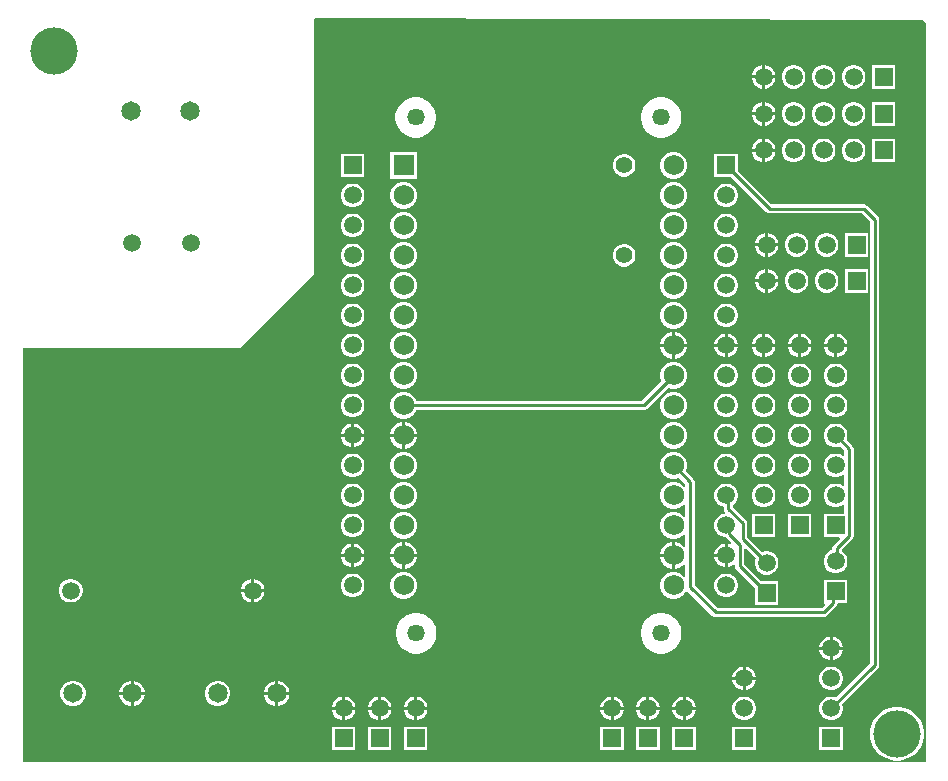
<source format=gbl>
G04*
G04 #@! TF.GenerationSoftware,Altium Limited,Altium Designer,23.1.1 (15)*
G04*
G04 Layer_Physical_Order=2*
G04 Layer_Color=16711680*
%FSLAX44Y44*%
%MOMM*%
G71*
G04*
G04 #@! TF.SameCoordinates,7520F120-D5D8-497E-858A-6684157EE888*
G04*
G04*
G04 #@! TF.FilePolarity,Positive*
G04*
G01*
G75*
%ADD11C,0.2540*%
%ADD23C,1.4600*%
%ADD24C,1.7500*%
%ADD25R,1.7500X1.7500*%
%ADD26C,1.5000*%
%ADD27C,1.6500*%
%ADD28R,1.5000X1.5000*%
%ADD29R,1.5000X1.5000*%
%ADD30C,1.4000*%
%ADD31C,4.0000*%
G36*
X1024890Y1226820D02*
X1027430Y1224280D01*
Y598170D01*
X262890D01*
Y948690D01*
X447040D01*
X509270Y1010920D01*
Y1227191D01*
X510169Y1228088D01*
X1024890Y1226820D01*
D02*
G37*
%LPC*%
G36*
X891592Y1188600D02*
X891540D01*
Y1179830D01*
X900310D01*
Y1179882D01*
X899626Y1182435D01*
X898304Y1184725D01*
X896435Y1186594D01*
X894145Y1187916D01*
X891592Y1188600D01*
D02*
G37*
G36*
X889000D02*
X888948D01*
X886395Y1187916D01*
X884105Y1186594D01*
X882236Y1184725D01*
X880914Y1182435D01*
X880230Y1179882D01*
Y1179830D01*
X889000D01*
Y1188600D01*
D02*
G37*
G36*
X1001910D02*
X981830D01*
Y1168520D01*
X1001910D01*
Y1188600D01*
D02*
G37*
G36*
X967792D02*
X965148D01*
X962595Y1187916D01*
X960305Y1186594D01*
X958436Y1184725D01*
X957114Y1182435D01*
X956430Y1179882D01*
Y1177238D01*
X957114Y1174685D01*
X958436Y1172395D01*
X960305Y1170526D01*
X962595Y1169204D01*
X965148Y1168520D01*
X967792D01*
X970345Y1169204D01*
X972635Y1170526D01*
X974504Y1172395D01*
X975826Y1174685D01*
X976510Y1177238D01*
Y1179882D01*
X975826Y1182435D01*
X974504Y1184725D01*
X972635Y1186594D01*
X970345Y1187916D01*
X967792Y1188600D01*
D02*
G37*
G36*
X942392D02*
X939748D01*
X937195Y1187916D01*
X934905Y1186594D01*
X933036Y1184725D01*
X931714Y1182435D01*
X931030Y1179882D01*
Y1177238D01*
X931714Y1174685D01*
X933036Y1172395D01*
X934905Y1170526D01*
X937195Y1169204D01*
X939748Y1168520D01*
X942392D01*
X944945Y1169204D01*
X947235Y1170526D01*
X949104Y1172395D01*
X950426Y1174685D01*
X951110Y1177238D01*
Y1179882D01*
X950426Y1182435D01*
X949104Y1184725D01*
X947235Y1186594D01*
X944945Y1187916D01*
X942392Y1188600D01*
D02*
G37*
G36*
X916992D02*
X914348D01*
X911795Y1187916D01*
X909505Y1186594D01*
X907636Y1184725D01*
X906314Y1182435D01*
X905630Y1179882D01*
Y1177238D01*
X906314Y1174685D01*
X907636Y1172395D01*
X909505Y1170526D01*
X911795Y1169204D01*
X914348Y1168520D01*
X916992D01*
X919545Y1169204D01*
X921835Y1170526D01*
X923704Y1172395D01*
X925026Y1174685D01*
X925710Y1177238D01*
Y1179882D01*
X925026Y1182435D01*
X923704Y1184725D01*
X921835Y1186594D01*
X919545Y1187916D01*
X916992Y1188600D01*
D02*
G37*
G36*
X900310Y1177290D02*
X891540D01*
Y1168520D01*
X891592D01*
X894145Y1169204D01*
X896435Y1170526D01*
X898304Y1172395D01*
X899626Y1174685D01*
X900310Y1177238D01*
Y1177290D01*
D02*
G37*
G36*
X889000D02*
X880230D01*
Y1177238D01*
X880914Y1174685D01*
X882236Y1172395D01*
X884105Y1170526D01*
X886395Y1169204D01*
X888948Y1168520D01*
X889000D01*
Y1177290D01*
D02*
G37*
G36*
X891592Y1157485D02*
X891540D01*
Y1148715D01*
X900310D01*
Y1148767D01*
X899626Y1151320D01*
X898304Y1153610D01*
X896435Y1155479D01*
X894145Y1156801D01*
X891592Y1157485D01*
D02*
G37*
G36*
X889000D02*
X888948D01*
X886395Y1156801D01*
X884105Y1155479D01*
X882236Y1153610D01*
X880914Y1151320D01*
X880230Y1148767D01*
Y1148715D01*
X889000D01*
Y1157485D01*
D02*
G37*
G36*
X1001910D02*
X981830D01*
Y1137405D01*
X1001910D01*
Y1157485D01*
D02*
G37*
G36*
X967792D02*
X965148D01*
X962595Y1156801D01*
X960305Y1155479D01*
X958436Y1153610D01*
X957114Y1151320D01*
X956430Y1148767D01*
Y1146123D01*
X957114Y1143570D01*
X958436Y1141280D01*
X960305Y1139411D01*
X962595Y1138089D01*
X965148Y1137405D01*
X967792D01*
X970345Y1138089D01*
X972635Y1139411D01*
X974504Y1141280D01*
X975826Y1143570D01*
X976510Y1146123D01*
Y1148767D01*
X975826Y1151320D01*
X974504Y1153610D01*
X972635Y1155479D01*
X970345Y1156801D01*
X967792Y1157485D01*
D02*
G37*
G36*
X942392D02*
X939748D01*
X937195Y1156801D01*
X934905Y1155479D01*
X933036Y1153610D01*
X931714Y1151320D01*
X931030Y1148767D01*
Y1146123D01*
X931714Y1143570D01*
X933036Y1141280D01*
X934905Y1139411D01*
X937195Y1138089D01*
X939748Y1137405D01*
X942392D01*
X944945Y1138089D01*
X947235Y1139411D01*
X949104Y1141280D01*
X950426Y1143570D01*
X951110Y1146123D01*
Y1148767D01*
X950426Y1151320D01*
X949104Y1153610D01*
X947235Y1155479D01*
X944945Y1156801D01*
X942392Y1157485D01*
D02*
G37*
G36*
X916992D02*
X914348D01*
X911795Y1156801D01*
X909505Y1155479D01*
X907636Y1153610D01*
X906314Y1151320D01*
X905630Y1148767D01*
Y1146123D01*
X906314Y1143570D01*
X907636Y1141280D01*
X909505Y1139411D01*
X911795Y1138089D01*
X914348Y1137405D01*
X916992D01*
X919545Y1138089D01*
X921835Y1139411D01*
X923704Y1141280D01*
X925026Y1143570D01*
X925710Y1146123D01*
Y1148767D01*
X925026Y1151320D01*
X923704Y1153610D01*
X921835Y1155479D01*
X919545Y1156801D01*
X916992Y1157485D01*
D02*
G37*
G36*
X900310Y1146175D02*
X891540D01*
Y1137405D01*
X891592D01*
X894145Y1138089D01*
X896435Y1139411D01*
X898304Y1141280D01*
X899626Y1143570D01*
X900310Y1146123D01*
Y1146175D01*
D02*
G37*
G36*
X889000D02*
X880230D01*
Y1146123D01*
X880914Y1143570D01*
X882236Y1141280D01*
X884105Y1139411D01*
X886395Y1138089D01*
X888948Y1137405D01*
X889000D01*
Y1146175D01*
D02*
G37*
G36*
X805158Y1161370D02*
X801782D01*
X798470Y1160711D01*
X795351Y1159419D01*
X792544Y1157543D01*
X790156Y1155156D01*
X788281Y1152349D01*
X786989Y1149230D01*
X786330Y1145918D01*
Y1142542D01*
X786989Y1139230D01*
X788281Y1136111D01*
X790156Y1133304D01*
X792544Y1130917D01*
X795351Y1129041D01*
X798470Y1127749D01*
X801782Y1127090D01*
X805158D01*
X808470Y1127749D01*
X811589Y1129041D01*
X814396Y1130917D01*
X816784Y1133304D01*
X818659Y1136111D01*
X819951Y1139230D01*
X820610Y1142542D01*
Y1145918D01*
X819951Y1149230D01*
X818659Y1152349D01*
X816784Y1155156D01*
X814396Y1157543D01*
X811589Y1159419D01*
X808470Y1160711D01*
X805158Y1161370D01*
D02*
G37*
G36*
X597358D02*
X593982D01*
X590670Y1160711D01*
X587551Y1159419D01*
X584744Y1157543D01*
X582356Y1155156D01*
X580481Y1152349D01*
X579189Y1149230D01*
X578530Y1145918D01*
Y1142542D01*
X579189Y1139230D01*
X580481Y1136111D01*
X582356Y1133304D01*
X584744Y1130917D01*
X587551Y1129041D01*
X590670Y1127749D01*
X593982Y1127090D01*
X597358D01*
X600670Y1127749D01*
X603789Y1129041D01*
X606596Y1130917D01*
X608983Y1133304D01*
X610859Y1136111D01*
X612151Y1139230D01*
X612810Y1142542D01*
Y1145918D01*
X612151Y1149230D01*
X610859Y1152349D01*
X608983Y1155156D01*
X606596Y1157543D01*
X603789Y1159419D01*
X600670Y1160711D01*
X597358Y1161370D01*
D02*
G37*
G36*
X891592Y1126370D02*
X891540D01*
Y1117600D01*
X900310D01*
Y1117652D01*
X899626Y1120205D01*
X898304Y1122495D01*
X896435Y1124364D01*
X894145Y1125686D01*
X891592Y1126370D01*
D02*
G37*
G36*
X889000D02*
X888948D01*
X886395Y1125686D01*
X884105Y1124364D01*
X882236Y1122495D01*
X880914Y1120205D01*
X880230Y1117652D01*
Y1117600D01*
X889000D01*
Y1126370D01*
D02*
G37*
G36*
X1001910D02*
X981830D01*
Y1106290D01*
X1001910D01*
Y1126370D01*
D02*
G37*
G36*
X967792D02*
X965148D01*
X962595Y1125686D01*
X960305Y1124364D01*
X958436Y1122495D01*
X957114Y1120205D01*
X956430Y1117652D01*
Y1115008D01*
X957114Y1112455D01*
X958436Y1110165D01*
X960305Y1108296D01*
X962595Y1106974D01*
X965148Y1106290D01*
X967792D01*
X970345Y1106974D01*
X972635Y1108296D01*
X974504Y1110165D01*
X975826Y1112455D01*
X976510Y1115008D01*
Y1117652D01*
X975826Y1120205D01*
X974504Y1122495D01*
X972635Y1124364D01*
X970345Y1125686D01*
X967792Y1126370D01*
D02*
G37*
G36*
X942392D02*
X939748D01*
X937195Y1125686D01*
X934905Y1124364D01*
X933036Y1122495D01*
X931714Y1120205D01*
X931030Y1117652D01*
Y1115008D01*
X931714Y1112455D01*
X933036Y1110165D01*
X934905Y1108296D01*
X937195Y1106974D01*
X939748Y1106290D01*
X942392D01*
X944945Y1106974D01*
X947235Y1108296D01*
X949104Y1110165D01*
X950426Y1112455D01*
X951110Y1115008D01*
Y1117652D01*
X950426Y1120205D01*
X949104Y1122495D01*
X947235Y1124364D01*
X944945Y1125686D01*
X942392Y1126370D01*
D02*
G37*
G36*
X916992D02*
X914348D01*
X911795Y1125686D01*
X909505Y1124364D01*
X907636Y1122495D01*
X906314Y1120205D01*
X905630Y1117652D01*
Y1115008D01*
X906314Y1112455D01*
X907636Y1110165D01*
X909505Y1108296D01*
X911795Y1106974D01*
X914348Y1106290D01*
X916992D01*
X919545Y1106974D01*
X921835Y1108296D01*
X923704Y1110165D01*
X925026Y1112455D01*
X925710Y1115008D01*
Y1117652D01*
X925026Y1120205D01*
X923704Y1122495D01*
X921835Y1124364D01*
X919545Y1125686D01*
X916992Y1126370D01*
D02*
G37*
G36*
X900310Y1115060D02*
X891540D01*
Y1106290D01*
X891592D01*
X894145Y1106974D01*
X896435Y1108296D01*
X898304Y1110165D01*
X899626Y1112455D01*
X900310Y1115008D01*
Y1115060D01*
D02*
G37*
G36*
X889000D02*
X880230D01*
Y1115008D01*
X880914Y1112455D01*
X882236Y1110165D01*
X884105Y1108296D01*
X886395Y1106974D01*
X888948Y1106290D01*
X889000D01*
Y1115060D01*
D02*
G37*
G36*
X773416Y1113170D02*
X770904D01*
X768478Y1112520D01*
X766302Y1111264D01*
X764526Y1109488D01*
X763270Y1107312D01*
X762620Y1104886D01*
Y1102374D01*
X763270Y1099948D01*
X764526Y1097772D01*
X766302Y1095996D01*
X768478Y1094740D01*
X770904Y1094090D01*
X773416D01*
X775842Y1094740D01*
X778018Y1095996D01*
X779794Y1097772D01*
X781050Y1099948D01*
X781700Y1102374D01*
Y1104886D01*
X781050Y1107312D01*
X779794Y1109488D01*
X778018Y1111264D01*
X775842Y1112520D01*
X773416Y1113170D01*
D02*
G37*
G36*
X552330Y1113670D02*
X532250D01*
Y1093590D01*
X552330D01*
Y1113670D01*
D02*
G37*
G36*
X815556Y1114920D02*
X812584D01*
X809712Y1114151D01*
X807138Y1112664D01*
X805036Y1110562D01*
X803549Y1107988D01*
X802780Y1105116D01*
Y1102144D01*
X803549Y1099272D01*
X805036Y1096698D01*
X807138Y1094596D01*
X809712Y1093109D01*
X812584Y1092340D01*
X815556D01*
X818428Y1093109D01*
X821002Y1094596D01*
X823104Y1096698D01*
X824591Y1099272D01*
X825360Y1102144D01*
Y1105116D01*
X824591Y1107988D01*
X823104Y1110562D01*
X821002Y1112664D01*
X818428Y1114151D01*
X815556Y1114920D01*
D02*
G37*
G36*
X596760D02*
X574180D01*
Y1092340D01*
X596760D01*
Y1114920D01*
D02*
G37*
G36*
X859842Y1088270D02*
X857198D01*
X854645Y1087586D01*
X852355Y1086264D01*
X850486Y1084395D01*
X849164Y1082105D01*
X848480Y1079552D01*
Y1076908D01*
X849164Y1074355D01*
X850486Y1072065D01*
X852355Y1070196D01*
X854645Y1068874D01*
X857198Y1068190D01*
X859842D01*
X862395Y1068874D01*
X864685Y1070196D01*
X866554Y1072065D01*
X867876Y1074355D01*
X868560Y1076908D01*
Y1079552D01*
X867876Y1082105D01*
X866554Y1084395D01*
X864685Y1086264D01*
X862395Y1087586D01*
X859842Y1088270D01*
D02*
G37*
G36*
X543612D02*
X540968D01*
X538415Y1087586D01*
X536125Y1086264D01*
X534256Y1084395D01*
X532934Y1082105D01*
X532250Y1079552D01*
Y1076908D01*
X532934Y1074355D01*
X534256Y1072065D01*
X536125Y1070196D01*
X538415Y1068874D01*
X540968Y1068190D01*
X543612D01*
X546165Y1068874D01*
X548455Y1070196D01*
X550324Y1072065D01*
X551646Y1074355D01*
X552330Y1076908D01*
Y1079552D01*
X551646Y1082105D01*
X550324Y1084395D01*
X548455Y1086264D01*
X546165Y1087586D01*
X543612Y1088270D01*
D02*
G37*
G36*
X815556Y1089520D02*
X812584D01*
X809712Y1088751D01*
X807138Y1087264D01*
X805036Y1085162D01*
X803549Y1082588D01*
X802780Y1079716D01*
Y1076744D01*
X803549Y1073872D01*
X805036Y1071298D01*
X807138Y1069196D01*
X809712Y1067709D01*
X812584Y1066940D01*
X815556D01*
X818428Y1067709D01*
X821002Y1069196D01*
X823104Y1071298D01*
X824591Y1073872D01*
X825360Y1076744D01*
Y1079716D01*
X824591Y1082588D01*
X823104Y1085162D01*
X821002Y1087264D01*
X818428Y1088751D01*
X815556Y1089520D01*
D02*
G37*
G36*
X586956D02*
X583984D01*
X581112Y1088751D01*
X578538Y1087264D01*
X576436Y1085162D01*
X574949Y1082588D01*
X574180Y1079716D01*
Y1076744D01*
X574949Y1073872D01*
X576436Y1071298D01*
X578538Y1069196D01*
X581112Y1067709D01*
X583984Y1066940D01*
X586956D01*
X589828Y1067709D01*
X592402Y1069196D01*
X594504Y1071298D01*
X595991Y1073872D01*
X596760Y1076744D01*
Y1079716D01*
X595991Y1082588D01*
X594504Y1085162D01*
X592402Y1087264D01*
X589828Y1088751D01*
X586956Y1089520D01*
D02*
G37*
G36*
X859842Y1062870D02*
X857198D01*
X854645Y1062186D01*
X852355Y1060864D01*
X850486Y1058995D01*
X849164Y1056705D01*
X848480Y1054152D01*
Y1051508D01*
X849164Y1048955D01*
X850486Y1046665D01*
X852355Y1044796D01*
X854645Y1043474D01*
X857198Y1042790D01*
X859842D01*
X862395Y1043474D01*
X864685Y1044796D01*
X866554Y1046665D01*
X867876Y1048955D01*
X868560Y1051508D01*
Y1054152D01*
X867876Y1056705D01*
X866554Y1058995D01*
X864685Y1060864D01*
X862395Y1062186D01*
X859842Y1062870D01*
D02*
G37*
G36*
X543612D02*
X540968D01*
X538415Y1062186D01*
X536125Y1060864D01*
X534256Y1058995D01*
X532934Y1056705D01*
X532250Y1054152D01*
Y1051508D01*
X532934Y1048955D01*
X534256Y1046665D01*
X536125Y1044796D01*
X538415Y1043474D01*
X540968Y1042790D01*
X543612D01*
X546165Y1043474D01*
X548455Y1044796D01*
X550324Y1046665D01*
X551646Y1048955D01*
X552330Y1051508D01*
Y1054152D01*
X551646Y1056705D01*
X550324Y1058995D01*
X548455Y1060864D01*
X546165Y1062186D01*
X543612Y1062870D01*
D02*
G37*
G36*
X815556Y1064120D02*
X812584D01*
X809712Y1063351D01*
X807138Y1061864D01*
X805036Y1059762D01*
X803549Y1057188D01*
X802780Y1054316D01*
Y1051344D01*
X803549Y1048472D01*
X805036Y1045898D01*
X807138Y1043796D01*
X809712Y1042309D01*
X812584Y1041540D01*
X815556D01*
X818428Y1042309D01*
X821002Y1043796D01*
X823104Y1045898D01*
X824591Y1048472D01*
X825360Y1051344D01*
Y1054316D01*
X824591Y1057188D01*
X823104Y1059762D01*
X821002Y1061864D01*
X818428Y1063351D01*
X815556Y1064120D01*
D02*
G37*
G36*
X586956D02*
X583984D01*
X581112Y1063351D01*
X578538Y1061864D01*
X576436Y1059762D01*
X574949Y1057188D01*
X574180Y1054316D01*
Y1051344D01*
X574949Y1048472D01*
X576436Y1045898D01*
X578538Y1043796D01*
X581112Y1042309D01*
X583984Y1041540D01*
X586956D01*
X589828Y1042309D01*
X592402Y1043796D01*
X594504Y1045898D01*
X595991Y1048472D01*
X596760Y1051344D01*
Y1054316D01*
X595991Y1057188D01*
X594504Y1059762D01*
X592402Y1061864D01*
X589828Y1063351D01*
X586956Y1064120D01*
D02*
G37*
G36*
X894132Y1046360D02*
X894080D01*
Y1037590D01*
X902850D01*
Y1037642D01*
X902166Y1040195D01*
X900844Y1042485D01*
X898975Y1044354D01*
X896685Y1045676D01*
X894132Y1046360D01*
D02*
G37*
G36*
X891540D02*
X891488D01*
X888935Y1045676D01*
X886645Y1044354D01*
X884776Y1042485D01*
X883454Y1040195D01*
X882770Y1037642D01*
Y1037590D01*
X891540D01*
Y1046360D01*
D02*
G37*
G36*
X979050D02*
X958970D01*
Y1026280D01*
X979050D01*
Y1046360D01*
D02*
G37*
G36*
X944932D02*
X942288D01*
X939735Y1045676D01*
X937445Y1044354D01*
X935576Y1042485D01*
X934254Y1040195D01*
X933570Y1037642D01*
Y1034998D01*
X934254Y1032445D01*
X935576Y1030155D01*
X937445Y1028286D01*
X939735Y1026964D01*
X942288Y1026280D01*
X944932D01*
X947485Y1026964D01*
X949775Y1028286D01*
X951644Y1030155D01*
X952966Y1032445D01*
X953650Y1034998D01*
Y1037642D01*
X952966Y1040195D01*
X951644Y1042485D01*
X949775Y1044354D01*
X947485Y1045676D01*
X944932Y1046360D01*
D02*
G37*
G36*
X919532D02*
X916888D01*
X914335Y1045676D01*
X912045Y1044354D01*
X910176Y1042485D01*
X908854Y1040195D01*
X908170Y1037642D01*
Y1034998D01*
X908854Y1032445D01*
X910176Y1030155D01*
X912045Y1028286D01*
X914335Y1026964D01*
X916888Y1026280D01*
X919532D01*
X922085Y1026964D01*
X924375Y1028286D01*
X926244Y1030155D01*
X927566Y1032445D01*
X928250Y1034998D01*
Y1037642D01*
X927566Y1040195D01*
X926244Y1042485D01*
X924375Y1044354D01*
X922085Y1045676D01*
X919532Y1046360D01*
D02*
G37*
G36*
X902850Y1035050D02*
X894080D01*
Y1026280D01*
X894132D01*
X896685Y1026964D01*
X898975Y1028286D01*
X900844Y1030155D01*
X902166Y1032445D01*
X902850Y1034998D01*
Y1035050D01*
D02*
G37*
G36*
X891540D02*
X882770D01*
Y1034998D01*
X883454Y1032445D01*
X884776Y1030155D01*
X886645Y1028286D01*
X888935Y1026964D01*
X891488Y1026280D01*
X891540D01*
Y1035050D01*
D02*
G37*
G36*
X773416Y1036970D02*
X770904D01*
X768478Y1036320D01*
X766302Y1035064D01*
X764526Y1033288D01*
X763270Y1031112D01*
X762620Y1028686D01*
Y1026174D01*
X763270Y1023748D01*
X764526Y1021572D01*
X766302Y1019796D01*
X768478Y1018540D01*
X770904Y1017890D01*
X773416D01*
X775842Y1018540D01*
X778018Y1019796D01*
X779794Y1021572D01*
X781050Y1023748D01*
X781700Y1026174D01*
Y1028686D01*
X781050Y1031112D01*
X779794Y1033288D01*
X778018Y1035064D01*
X775842Y1036320D01*
X773416Y1036970D01*
D02*
G37*
G36*
X859842Y1037470D02*
X857198D01*
X854645Y1036786D01*
X852355Y1035464D01*
X850486Y1033595D01*
X849164Y1031305D01*
X848480Y1028752D01*
Y1026108D01*
X849164Y1023555D01*
X850486Y1021265D01*
X852355Y1019396D01*
X854645Y1018074D01*
X857198Y1017390D01*
X859842D01*
X862395Y1018074D01*
X864685Y1019396D01*
X866554Y1021265D01*
X867876Y1023555D01*
X868560Y1026108D01*
Y1028752D01*
X867876Y1031305D01*
X866554Y1033595D01*
X864685Y1035464D01*
X862395Y1036786D01*
X859842Y1037470D01*
D02*
G37*
G36*
X543612D02*
X540968D01*
X538415Y1036786D01*
X536125Y1035464D01*
X534256Y1033595D01*
X532934Y1031305D01*
X532250Y1028752D01*
Y1026108D01*
X532934Y1023555D01*
X534256Y1021265D01*
X536125Y1019396D01*
X538415Y1018074D01*
X540968Y1017390D01*
X543612D01*
X546165Y1018074D01*
X548455Y1019396D01*
X550324Y1021265D01*
X551646Y1023555D01*
X552330Y1026108D01*
Y1028752D01*
X551646Y1031305D01*
X550324Y1033595D01*
X548455Y1035464D01*
X546165Y1036786D01*
X543612Y1037470D01*
D02*
G37*
G36*
X815556Y1038720D02*
X812584D01*
X809712Y1037951D01*
X807138Y1036464D01*
X805036Y1034362D01*
X803549Y1031788D01*
X802780Y1028916D01*
Y1025944D01*
X803549Y1023072D01*
X805036Y1020498D01*
X807138Y1018396D01*
X809712Y1016909D01*
X812584Y1016140D01*
X815556D01*
X818428Y1016909D01*
X821002Y1018396D01*
X823104Y1020498D01*
X824591Y1023072D01*
X825360Y1025944D01*
Y1028916D01*
X824591Y1031788D01*
X823104Y1034362D01*
X821002Y1036464D01*
X818428Y1037951D01*
X815556Y1038720D01*
D02*
G37*
G36*
X586956D02*
X583984D01*
X581112Y1037951D01*
X578538Y1036464D01*
X576436Y1034362D01*
X574949Y1031788D01*
X574180Y1028916D01*
Y1025944D01*
X574949Y1023072D01*
X576436Y1020498D01*
X578538Y1018396D01*
X581112Y1016909D01*
X583984Y1016140D01*
X586956D01*
X589828Y1016909D01*
X592402Y1018396D01*
X594504Y1020498D01*
X595991Y1023072D01*
X596760Y1025944D01*
Y1028916D01*
X595991Y1031788D01*
X594504Y1034362D01*
X592402Y1036464D01*
X589828Y1037951D01*
X586956Y1038720D01*
D02*
G37*
G36*
X894132Y1015880D02*
X894080D01*
Y1007110D01*
X902850D01*
Y1007162D01*
X902166Y1009715D01*
X900844Y1012005D01*
X898975Y1013874D01*
X896685Y1015196D01*
X894132Y1015880D01*
D02*
G37*
G36*
X891540D02*
X891488D01*
X888935Y1015196D01*
X886645Y1013874D01*
X884776Y1012005D01*
X883454Y1009715D01*
X882770Y1007162D01*
Y1007110D01*
X891540D01*
Y1015880D01*
D02*
G37*
G36*
X979050D02*
X958970D01*
Y995800D01*
X979050D01*
Y1015880D01*
D02*
G37*
G36*
X944932D02*
X942288D01*
X939735Y1015196D01*
X937445Y1013874D01*
X935576Y1012005D01*
X934254Y1009715D01*
X933570Y1007162D01*
Y1004518D01*
X934254Y1001965D01*
X935576Y999675D01*
X937445Y997806D01*
X939735Y996484D01*
X942288Y995800D01*
X944932D01*
X947485Y996484D01*
X949775Y997806D01*
X951644Y999675D01*
X952966Y1001965D01*
X953650Y1004518D01*
Y1007162D01*
X952966Y1009715D01*
X951644Y1012005D01*
X949775Y1013874D01*
X947485Y1015196D01*
X944932Y1015880D01*
D02*
G37*
G36*
X919532D02*
X916888D01*
X914335Y1015196D01*
X912045Y1013874D01*
X910176Y1012005D01*
X908854Y1009715D01*
X908170Y1007162D01*
Y1004518D01*
X908854Y1001965D01*
X910176Y999675D01*
X912045Y997806D01*
X914335Y996484D01*
X916888Y995800D01*
X919532D01*
X922085Y996484D01*
X924375Y997806D01*
X926244Y999675D01*
X927566Y1001965D01*
X928250Y1004518D01*
Y1007162D01*
X927566Y1009715D01*
X926244Y1012005D01*
X924375Y1013874D01*
X922085Y1015196D01*
X919532Y1015880D01*
D02*
G37*
G36*
X902850Y1004570D02*
X894080D01*
Y995800D01*
X894132D01*
X896685Y996484D01*
X898975Y997806D01*
X900844Y999675D01*
X902166Y1001965D01*
X902850Y1004518D01*
Y1004570D01*
D02*
G37*
G36*
X891540D02*
X882770D01*
Y1004518D01*
X883454Y1001965D01*
X884776Y999675D01*
X886645Y997806D01*
X888935Y996484D01*
X891488Y995800D01*
X891540D01*
Y1004570D01*
D02*
G37*
G36*
X859842Y1012070D02*
X857198D01*
X854645Y1011386D01*
X852355Y1010064D01*
X850486Y1008195D01*
X849164Y1005905D01*
X848480Y1003352D01*
Y1000708D01*
X849164Y998155D01*
X850486Y995865D01*
X852355Y993996D01*
X854645Y992674D01*
X857198Y991990D01*
X859842D01*
X862395Y992674D01*
X864685Y993996D01*
X866554Y995865D01*
X867876Y998155D01*
X868560Y1000708D01*
Y1003352D01*
X867876Y1005905D01*
X866554Y1008195D01*
X864685Y1010064D01*
X862395Y1011386D01*
X859842Y1012070D01*
D02*
G37*
G36*
X543612D02*
X540968D01*
X538415Y1011386D01*
X536125Y1010064D01*
X534256Y1008195D01*
X532934Y1005905D01*
X532250Y1003352D01*
Y1000708D01*
X532934Y998155D01*
X534256Y995865D01*
X536125Y993996D01*
X538415Y992674D01*
X540968Y991990D01*
X543612D01*
X546165Y992674D01*
X548455Y993996D01*
X550324Y995865D01*
X551646Y998155D01*
X552330Y1000708D01*
Y1003352D01*
X551646Y1005905D01*
X550324Y1008195D01*
X548455Y1010064D01*
X546165Y1011386D01*
X543612Y1012070D01*
D02*
G37*
G36*
X815556Y1013320D02*
X812584D01*
X809712Y1012551D01*
X807138Y1011064D01*
X805036Y1008962D01*
X803549Y1006388D01*
X802780Y1003516D01*
Y1000544D01*
X803549Y997672D01*
X805036Y995098D01*
X807138Y992996D01*
X809712Y991509D01*
X812584Y990740D01*
X815556D01*
X818428Y991509D01*
X821002Y992996D01*
X823104Y995098D01*
X824591Y997672D01*
X825360Y1000544D01*
Y1003516D01*
X824591Y1006388D01*
X823104Y1008962D01*
X821002Y1011064D01*
X818428Y1012551D01*
X815556Y1013320D01*
D02*
G37*
G36*
X586956D02*
X583984D01*
X581112Y1012551D01*
X578538Y1011064D01*
X576436Y1008962D01*
X574949Y1006388D01*
X574180Y1003516D01*
Y1000544D01*
X574949Y997672D01*
X576436Y995098D01*
X578538Y992996D01*
X581112Y991509D01*
X583984Y990740D01*
X586956D01*
X589828Y991509D01*
X592402Y992996D01*
X594504Y995098D01*
X595991Y997672D01*
X596760Y1000544D01*
Y1003516D01*
X595991Y1006388D01*
X594504Y1008962D01*
X592402Y1011064D01*
X589828Y1012551D01*
X586956Y1013320D01*
D02*
G37*
G36*
X859842Y986670D02*
X857198D01*
X854645Y985986D01*
X852355Y984664D01*
X850486Y982795D01*
X849164Y980505D01*
X848480Y977952D01*
Y975308D01*
X849164Y972755D01*
X850486Y970465D01*
X852355Y968596D01*
X854645Y967274D01*
X857198Y966590D01*
X859842D01*
X862395Y967274D01*
X864685Y968596D01*
X866554Y970465D01*
X867876Y972755D01*
X868560Y975308D01*
Y977952D01*
X867876Y980505D01*
X866554Y982795D01*
X864685Y984664D01*
X862395Y985986D01*
X859842Y986670D01*
D02*
G37*
G36*
X543612D02*
X540968D01*
X538415Y985986D01*
X536125Y984664D01*
X534256Y982795D01*
X532934Y980505D01*
X532250Y977952D01*
Y975308D01*
X532934Y972755D01*
X534256Y970465D01*
X536125Y968596D01*
X538415Y967274D01*
X540968Y966590D01*
X543612D01*
X546165Y967274D01*
X548455Y968596D01*
X550324Y970465D01*
X551646Y972755D01*
X552330Y975308D01*
Y977952D01*
X551646Y980505D01*
X550324Y982795D01*
X548455Y984664D01*
X546165Y985986D01*
X543612Y986670D01*
D02*
G37*
G36*
X815556Y987920D02*
X812584D01*
X809712Y987151D01*
X807138Y985664D01*
X805036Y983562D01*
X803549Y980988D01*
X802780Y978116D01*
Y975144D01*
X803549Y972272D01*
X805036Y969698D01*
X807138Y967596D01*
X809712Y966109D01*
X812584Y965340D01*
X815556D01*
X818428Y966109D01*
X821002Y967596D01*
X823104Y969698D01*
X824591Y972272D01*
X825360Y975144D01*
Y978116D01*
X824591Y980988D01*
X823104Y983562D01*
X821002Y985664D01*
X818428Y987151D01*
X815556Y987920D01*
D02*
G37*
G36*
X586956D02*
X583984D01*
X581112Y987151D01*
X578538Y985664D01*
X576436Y983562D01*
X574949Y980988D01*
X574180Y978116D01*
Y975144D01*
X574949Y972272D01*
X576436Y969698D01*
X578538Y967596D01*
X581112Y966109D01*
X583984Y965340D01*
X586956D01*
X589828Y966109D01*
X592402Y967596D01*
X594504Y969698D01*
X595991Y972272D01*
X596760Y975144D01*
Y978116D01*
X595991Y980988D01*
X594504Y983562D01*
X592402Y985664D01*
X589828Y987151D01*
X586956Y987920D01*
D02*
G37*
G36*
X952552Y961270D02*
X952500D01*
Y952500D01*
X961270D01*
Y952552D01*
X960586Y955105D01*
X959264Y957395D01*
X957395Y959264D01*
X955105Y960586D01*
X952552Y961270D01*
D02*
G37*
G36*
X922072D02*
X922020D01*
Y952500D01*
X930790D01*
Y952552D01*
X930106Y955105D01*
X928784Y957395D01*
X926915Y959264D01*
X924625Y960586D01*
X922072Y961270D01*
D02*
G37*
G36*
X891592D02*
X891540D01*
Y952500D01*
X900310D01*
Y952552D01*
X899626Y955105D01*
X898304Y957395D01*
X896435Y959264D01*
X894145Y960586D01*
X891592Y961270D01*
D02*
G37*
G36*
X859842D02*
X859790D01*
Y952500D01*
X868560D01*
Y952552D01*
X867876Y955105D01*
X866554Y957395D01*
X864685Y959264D01*
X862395Y960586D01*
X859842Y961270D01*
D02*
G37*
G36*
X815556Y962520D02*
X815340D01*
Y952500D01*
X825360D01*
Y952716D01*
X824591Y955588D01*
X823104Y958162D01*
X821002Y960264D01*
X818428Y961751D01*
X815556Y962520D01*
D02*
G37*
G36*
X812800D02*
X812584D01*
X809712Y961751D01*
X807138Y960264D01*
X805036Y958162D01*
X803549Y955588D01*
X802780Y952716D01*
Y952500D01*
X812800D01*
Y962520D01*
D02*
G37*
G36*
X857250Y961270D02*
X857198D01*
X854645Y960586D01*
X852355Y959264D01*
X850486Y957395D01*
X849164Y955105D01*
X848480Y952552D01*
Y952500D01*
X857250D01*
Y961270D01*
D02*
G37*
G36*
X949960D02*
X949908D01*
X947355Y960586D01*
X945065Y959264D01*
X943196Y957395D01*
X941874Y955105D01*
X941190Y952552D01*
Y952500D01*
X949960D01*
Y961270D01*
D02*
G37*
G36*
X919480D02*
X919428D01*
X916875Y960586D01*
X914585Y959264D01*
X912716Y957395D01*
X911394Y955105D01*
X910710Y952552D01*
Y952500D01*
X919480D01*
Y961270D01*
D02*
G37*
G36*
X889000D02*
X888948D01*
X886395Y960586D01*
X884105Y959264D01*
X882236Y957395D01*
X880914Y955105D01*
X880230Y952552D01*
Y952500D01*
X889000D01*
Y961270D01*
D02*
G37*
G36*
X961270Y949960D02*
X952500D01*
Y941190D01*
X952552D01*
X955105Y941874D01*
X957395Y943196D01*
X959264Y945065D01*
X960586Y947355D01*
X961270Y949908D01*
Y949960D01*
D02*
G37*
G36*
X949960D02*
X941190D01*
Y949908D01*
X941874Y947355D01*
X943196Y945065D01*
X945065Y943196D01*
X947355Y941874D01*
X949908Y941190D01*
X949960D01*
Y949960D01*
D02*
G37*
G36*
X930790D02*
X922020D01*
Y941190D01*
X922072D01*
X924625Y941874D01*
X926915Y943196D01*
X928784Y945065D01*
X930106Y947355D01*
X930790Y949908D01*
Y949960D01*
D02*
G37*
G36*
X919480D02*
X910710D01*
Y949908D01*
X911394Y947355D01*
X912716Y945065D01*
X914585Y943196D01*
X916875Y941874D01*
X919428Y941190D01*
X919480D01*
Y949960D01*
D02*
G37*
G36*
X900310D02*
X891540D01*
Y941190D01*
X891592D01*
X894145Y941874D01*
X896435Y943196D01*
X898304Y945065D01*
X899626Y947355D01*
X900310Y949908D01*
Y949960D01*
D02*
G37*
G36*
X889000D02*
X880230D01*
Y949908D01*
X880914Y947355D01*
X882236Y945065D01*
X884105Y943196D01*
X886395Y941874D01*
X888948Y941190D01*
X889000D01*
Y949960D01*
D02*
G37*
G36*
X868560D02*
X859790D01*
Y941190D01*
X859842D01*
X862395Y941874D01*
X864685Y943196D01*
X866554Y945065D01*
X867876Y947355D01*
X868560Y949908D01*
Y949960D01*
D02*
G37*
G36*
X857250D02*
X848480D01*
Y949908D01*
X849164Y947355D01*
X850486Y945065D01*
X852355Y943196D01*
X854645Y941874D01*
X857198Y941190D01*
X857250D01*
Y949960D01*
D02*
G37*
G36*
X543612Y961270D02*
X540968D01*
X538415Y960586D01*
X536125Y959264D01*
X534256Y957395D01*
X532934Y955105D01*
X532250Y952552D01*
Y949908D01*
X532934Y947355D01*
X534256Y945065D01*
X536125Y943196D01*
X538415Y941874D01*
X540968Y941190D01*
X543612D01*
X546165Y941874D01*
X548455Y943196D01*
X550324Y945065D01*
X551646Y947355D01*
X552330Y949908D01*
Y952552D01*
X551646Y955105D01*
X550324Y957395D01*
X548455Y959264D01*
X546165Y960586D01*
X543612Y961270D01*
D02*
G37*
G36*
X825360Y949960D02*
X815340D01*
Y939940D01*
X815556D01*
X818428Y940709D01*
X821002Y942196D01*
X823104Y944298D01*
X824591Y946872D01*
X825360Y949744D01*
Y949960D01*
D02*
G37*
G36*
X812800D02*
X802780D01*
Y949744D01*
X803549Y946872D01*
X805036Y944298D01*
X807138Y942196D01*
X809712Y940709D01*
X812584Y939940D01*
X812800D01*
Y949960D01*
D02*
G37*
G36*
X586956Y962520D02*
X583984D01*
X581112Y961751D01*
X578538Y960264D01*
X576436Y958162D01*
X574949Y955588D01*
X574180Y952716D01*
Y949744D01*
X574949Y946872D01*
X576436Y944298D01*
X578538Y942196D01*
X581112Y940709D01*
X583984Y939940D01*
X586956D01*
X589828Y940709D01*
X592402Y942196D01*
X594504Y944298D01*
X595991Y946872D01*
X596760Y949744D01*
Y952716D01*
X595991Y955588D01*
X594504Y958162D01*
X592402Y960264D01*
X589828Y961751D01*
X586956Y962520D01*
D02*
G37*
G36*
X952552Y935870D02*
X949908D01*
X947355Y935186D01*
X945065Y933864D01*
X943196Y931995D01*
X941874Y929705D01*
X941190Y927152D01*
Y924508D01*
X941874Y921955D01*
X943196Y919665D01*
X945065Y917796D01*
X947355Y916474D01*
X949908Y915790D01*
X952552D01*
X955105Y916474D01*
X957395Y917796D01*
X959264Y919665D01*
X960586Y921955D01*
X961270Y924508D01*
Y927152D01*
X960586Y929705D01*
X959264Y931995D01*
X957395Y933864D01*
X955105Y935186D01*
X952552Y935870D01*
D02*
G37*
G36*
X922072D02*
X919428D01*
X916875Y935186D01*
X914585Y933864D01*
X912716Y931995D01*
X911394Y929705D01*
X910710Y927152D01*
Y924508D01*
X911394Y921955D01*
X912716Y919665D01*
X914585Y917796D01*
X916875Y916474D01*
X919428Y915790D01*
X922072D01*
X924625Y916474D01*
X926915Y917796D01*
X928784Y919665D01*
X930106Y921955D01*
X930790Y924508D01*
Y927152D01*
X930106Y929705D01*
X928784Y931995D01*
X926915Y933864D01*
X924625Y935186D01*
X922072Y935870D01*
D02*
G37*
G36*
X891592D02*
X888948D01*
X886395Y935186D01*
X884105Y933864D01*
X882236Y931995D01*
X880914Y929705D01*
X880230Y927152D01*
Y924508D01*
X880914Y921955D01*
X882236Y919665D01*
X884105Y917796D01*
X886395Y916474D01*
X888948Y915790D01*
X891592D01*
X894145Y916474D01*
X896435Y917796D01*
X898304Y919665D01*
X899626Y921955D01*
X900310Y924508D01*
Y927152D01*
X899626Y929705D01*
X898304Y931995D01*
X896435Y933864D01*
X894145Y935186D01*
X891592Y935870D01*
D02*
G37*
G36*
X859842D02*
X857198D01*
X854645Y935186D01*
X852355Y933864D01*
X850486Y931995D01*
X849164Y929705D01*
X848480Y927152D01*
Y924508D01*
X849164Y921955D01*
X850486Y919665D01*
X852355Y917796D01*
X854645Y916474D01*
X857198Y915790D01*
X859842D01*
X862395Y916474D01*
X864685Y917796D01*
X866554Y919665D01*
X867876Y921955D01*
X868560Y924508D01*
Y927152D01*
X867876Y929705D01*
X866554Y931995D01*
X864685Y933864D01*
X862395Y935186D01*
X859842Y935870D01*
D02*
G37*
G36*
X543612D02*
X540968D01*
X538415Y935186D01*
X536125Y933864D01*
X534256Y931995D01*
X532934Y929705D01*
X532250Y927152D01*
Y924508D01*
X532934Y921955D01*
X534256Y919665D01*
X536125Y917796D01*
X538415Y916474D01*
X540968Y915790D01*
X543612D01*
X546165Y916474D01*
X548455Y917796D01*
X550324Y919665D01*
X551646Y921955D01*
X552330Y924508D01*
Y927152D01*
X551646Y929705D01*
X550324Y931995D01*
X548455Y933864D01*
X546165Y935186D01*
X543612Y935870D01*
D02*
G37*
G36*
X815556Y937120D02*
X812584D01*
X809712Y936351D01*
X807138Y934864D01*
X805036Y932762D01*
X803549Y930188D01*
X802780Y927316D01*
Y924344D01*
X803549Y921472D01*
X803794Y921048D01*
X787061Y904315D01*
X596117D01*
X595991Y904788D01*
X594504Y907362D01*
X592402Y909464D01*
X589828Y910951D01*
X586956Y911720D01*
X583984D01*
X581112Y910951D01*
X578538Y909464D01*
X576436Y907362D01*
X574949Y904788D01*
X574180Y901916D01*
Y898944D01*
X574949Y896072D01*
X576436Y893498D01*
X578538Y891396D01*
X581112Y889909D01*
X583984Y889140D01*
X586956D01*
X589828Y889909D01*
X592402Y891396D01*
X594504Y893498D01*
X595991Y896072D01*
X596117Y896545D01*
X788670D01*
X790157Y896841D01*
X791417Y897683D01*
X809288Y915554D01*
X809712Y915309D01*
X812584Y914540D01*
X815556D01*
X818428Y915309D01*
X821002Y916796D01*
X823104Y918898D01*
X824591Y921472D01*
X825360Y924344D01*
Y927316D01*
X824591Y930188D01*
X823104Y932762D01*
X821002Y934864D01*
X818428Y936351D01*
X815556Y937120D01*
D02*
G37*
G36*
X586956D02*
X583984D01*
X581112Y936351D01*
X578538Y934864D01*
X576436Y932762D01*
X574949Y930188D01*
X574180Y927316D01*
Y924344D01*
X574949Y921472D01*
X576436Y918898D01*
X578538Y916796D01*
X581112Y915309D01*
X583984Y914540D01*
X586956D01*
X589828Y915309D01*
X592402Y916796D01*
X594504Y918898D01*
X595991Y921472D01*
X596760Y924344D01*
Y927316D01*
X595991Y930188D01*
X594504Y932762D01*
X592402Y934864D01*
X589828Y936351D01*
X586956Y937120D01*
D02*
G37*
G36*
X952552Y910470D02*
X949908D01*
X947355Y909786D01*
X945065Y908464D01*
X943196Y906595D01*
X941874Y904305D01*
X941190Y901752D01*
Y899108D01*
X941874Y896555D01*
X943196Y894265D01*
X945065Y892396D01*
X947355Y891074D01*
X949908Y890390D01*
X952552D01*
X955105Y891074D01*
X957395Y892396D01*
X959264Y894265D01*
X960586Y896555D01*
X961270Y899108D01*
Y901752D01*
X960586Y904305D01*
X959264Y906595D01*
X957395Y908464D01*
X955105Y909786D01*
X952552Y910470D01*
D02*
G37*
G36*
X922072D02*
X919428D01*
X916875Y909786D01*
X914585Y908464D01*
X912716Y906595D01*
X911394Y904305D01*
X910710Y901752D01*
Y899108D01*
X911394Y896555D01*
X912716Y894265D01*
X914585Y892396D01*
X916875Y891074D01*
X919428Y890390D01*
X922072D01*
X924625Y891074D01*
X926915Y892396D01*
X928784Y894265D01*
X930106Y896555D01*
X930790Y899108D01*
Y901752D01*
X930106Y904305D01*
X928784Y906595D01*
X926915Y908464D01*
X924625Y909786D01*
X922072Y910470D01*
D02*
G37*
G36*
X891592D02*
X888948D01*
X886395Y909786D01*
X884105Y908464D01*
X882236Y906595D01*
X880914Y904305D01*
X880230Y901752D01*
Y899108D01*
X880914Y896555D01*
X882236Y894265D01*
X884105Y892396D01*
X886395Y891074D01*
X888948Y890390D01*
X891592D01*
X894145Y891074D01*
X896435Y892396D01*
X898304Y894265D01*
X899626Y896555D01*
X900310Y899108D01*
Y901752D01*
X899626Y904305D01*
X898304Y906595D01*
X896435Y908464D01*
X894145Y909786D01*
X891592Y910470D01*
D02*
G37*
G36*
X859842D02*
X857198D01*
X854645Y909786D01*
X852355Y908464D01*
X850486Y906595D01*
X849164Y904305D01*
X848480Y901752D01*
Y899108D01*
X849164Y896555D01*
X850486Y894265D01*
X852355Y892396D01*
X854645Y891074D01*
X857198Y890390D01*
X859842D01*
X862395Y891074D01*
X864685Y892396D01*
X866554Y894265D01*
X867876Y896555D01*
X868560Y899108D01*
Y901752D01*
X867876Y904305D01*
X866554Y906595D01*
X864685Y908464D01*
X862395Y909786D01*
X859842Y910470D01*
D02*
G37*
G36*
X543612D02*
X540968D01*
X538415Y909786D01*
X536125Y908464D01*
X534256Y906595D01*
X532934Y904305D01*
X532250Y901752D01*
Y899108D01*
X532934Y896555D01*
X534256Y894265D01*
X536125Y892396D01*
X538415Y891074D01*
X540968Y890390D01*
X543612D01*
X546165Y891074D01*
X548455Y892396D01*
X550324Y894265D01*
X551646Y896555D01*
X552330Y899108D01*
Y901752D01*
X551646Y904305D01*
X550324Y906595D01*
X548455Y908464D01*
X546165Y909786D01*
X543612Y910470D01*
D02*
G37*
G36*
X815556Y911720D02*
X812584D01*
X809712Y910951D01*
X807138Y909464D01*
X805036Y907362D01*
X803549Y904788D01*
X802780Y901916D01*
Y898944D01*
X803549Y896072D01*
X805036Y893498D01*
X807138Y891396D01*
X809712Y889909D01*
X812584Y889140D01*
X815556D01*
X818428Y889909D01*
X821002Y891396D01*
X823104Y893498D01*
X824591Y896072D01*
X825360Y898944D01*
Y901916D01*
X824591Y904788D01*
X823104Y907362D01*
X821002Y909464D01*
X818428Y910951D01*
X815556Y911720D01*
D02*
G37*
G36*
X543612Y885070D02*
X543560D01*
Y876300D01*
X552330D01*
Y876352D01*
X551646Y878905D01*
X550324Y881195D01*
X548455Y883064D01*
X546165Y884386D01*
X543612Y885070D01*
D02*
G37*
G36*
X586956Y886320D02*
X586740D01*
Y876300D01*
X596760D01*
Y876516D01*
X595991Y879388D01*
X594504Y881962D01*
X592402Y884064D01*
X589828Y885551D01*
X586956Y886320D01*
D02*
G37*
G36*
X584200D02*
X583984D01*
X581112Y885551D01*
X578538Y884064D01*
X576436Y881962D01*
X574949Y879388D01*
X574180Y876516D01*
Y876300D01*
X584200D01*
Y886320D01*
D02*
G37*
G36*
X541020Y885070D02*
X540968D01*
X538415Y884386D01*
X536125Y883064D01*
X534256Y881195D01*
X532934Y878905D01*
X532250Y876352D01*
Y876300D01*
X541020D01*
Y885070D01*
D02*
G37*
G36*
X922072D02*
X919428D01*
X916875Y884386D01*
X914585Y883064D01*
X912716Y881195D01*
X911394Y878905D01*
X910710Y876352D01*
Y873708D01*
X911394Y871155D01*
X912716Y868865D01*
X914585Y866996D01*
X916875Y865674D01*
X919428Y864990D01*
X922072D01*
X924625Y865674D01*
X926915Y866996D01*
X928784Y868865D01*
X930106Y871155D01*
X930790Y873708D01*
Y876352D01*
X930106Y878905D01*
X928784Y881195D01*
X926915Y883064D01*
X924625Y884386D01*
X922072Y885070D01*
D02*
G37*
G36*
X891592D02*
X888948D01*
X886395Y884386D01*
X884105Y883064D01*
X882236Y881195D01*
X880914Y878905D01*
X880230Y876352D01*
Y873708D01*
X880914Y871155D01*
X882236Y868865D01*
X884105Y866996D01*
X886395Y865674D01*
X888948Y864990D01*
X891592D01*
X894145Y865674D01*
X896435Y866996D01*
X898304Y868865D01*
X899626Y871155D01*
X900310Y873708D01*
Y876352D01*
X899626Y878905D01*
X898304Y881195D01*
X896435Y883064D01*
X894145Y884386D01*
X891592Y885070D01*
D02*
G37*
G36*
X859842D02*
X857198D01*
X854645Y884386D01*
X852355Y883064D01*
X850486Y881195D01*
X849164Y878905D01*
X848480Y876352D01*
Y873708D01*
X849164Y871155D01*
X850486Y868865D01*
X852355Y866996D01*
X854645Y865674D01*
X857198Y864990D01*
X859842D01*
X862395Y865674D01*
X864685Y866996D01*
X866554Y868865D01*
X867876Y871155D01*
X868560Y873708D01*
Y876352D01*
X867876Y878905D01*
X866554Y881195D01*
X864685Y883064D01*
X862395Y884386D01*
X859842Y885070D01*
D02*
G37*
G36*
X552330Y873760D02*
X543560D01*
Y864990D01*
X543612D01*
X546165Y865674D01*
X548455Y866996D01*
X550324Y868865D01*
X551646Y871155D01*
X552330Y873708D01*
Y873760D01*
D02*
G37*
G36*
X541020D02*
X532250D01*
Y873708D01*
X532934Y871155D01*
X534256Y868865D01*
X536125Y866996D01*
X538415Y865674D01*
X540968Y864990D01*
X541020D01*
Y873760D01*
D02*
G37*
G36*
X815556Y886320D02*
X812584D01*
X809712Y885551D01*
X807138Y884064D01*
X805036Y881962D01*
X803549Y879388D01*
X802780Y876516D01*
Y873544D01*
X803549Y870672D01*
X805036Y868098D01*
X807138Y865996D01*
X809712Y864509D01*
X812584Y863740D01*
X815556D01*
X818428Y864509D01*
X821002Y865996D01*
X823104Y868098D01*
X824591Y870672D01*
X825360Y873544D01*
Y876516D01*
X824591Y879388D01*
X823104Y881962D01*
X821002Y884064D01*
X818428Y885551D01*
X815556Y886320D01*
D02*
G37*
G36*
X596760Y873760D02*
X586740D01*
Y863740D01*
X586956D01*
X589828Y864509D01*
X592402Y865996D01*
X594504Y868098D01*
X595991Y870672D01*
X596760Y873544D01*
Y873760D01*
D02*
G37*
G36*
X584200D02*
X574180D01*
Y873544D01*
X574949Y870672D01*
X576436Y868098D01*
X578538Y865996D01*
X581112Y864509D01*
X583984Y863740D01*
X584200D01*
Y873760D01*
D02*
G37*
G36*
X952552Y885070D02*
X949908D01*
X947355Y884386D01*
X945065Y883064D01*
X943196Y881195D01*
X941874Y878905D01*
X941190Y876352D01*
Y873708D01*
X941874Y871155D01*
X943196Y868865D01*
X945065Y866996D01*
X947355Y865674D01*
X949908Y864990D01*
X952552D01*
X955095Y865671D01*
X958655Y862111D01*
Y858063D01*
X957482Y857577D01*
X957395Y857664D01*
X955105Y858986D01*
X952552Y859670D01*
X949908D01*
X947355Y858986D01*
X945065Y857664D01*
X943196Y855795D01*
X941874Y853505D01*
X941190Y850952D01*
Y848308D01*
X941874Y845755D01*
X943196Y843465D01*
X945065Y841596D01*
X947355Y840274D01*
X949908Y839590D01*
X952552D01*
X955105Y840274D01*
X957395Y841596D01*
X957482Y841683D01*
X958655Y841197D01*
Y832663D01*
X957482Y832177D01*
X957395Y832264D01*
X955105Y833586D01*
X952552Y834270D01*
X949908D01*
X947355Y833586D01*
X945065Y832264D01*
X943196Y830395D01*
X941874Y828105D01*
X941190Y825552D01*
Y822908D01*
X941874Y820355D01*
X943196Y818065D01*
X945065Y816196D01*
X947355Y814874D01*
X949908Y814190D01*
X952552D01*
X955105Y814874D01*
X957395Y816196D01*
X957482Y816283D01*
X958655Y815797D01*
Y808870D01*
X941190D01*
Y788790D01*
X954425D01*
X954911Y787617D01*
X949701Y782407D01*
X948859Y781147D01*
X948564Y779660D01*
Y778030D01*
X947355Y777706D01*
X945065Y776384D01*
X943196Y774515D01*
X941874Y772225D01*
X941190Y769672D01*
Y767028D01*
X941874Y764475D01*
X943196Y762185D01*
X945065Y760316D01*
X947355Y758994D01*
X949908Y758310D01*
X952552D01*
X955105Y758994D01*
X957395Y760316D01*
X959264Y762185D01*
X960586Y764475D01*
X961270Y767028D01*
Y769672D01*
X960586Y772225D01*
X959264Y774515D01*
X957395Y776384D01*
X956551Y776871D01*
X956447Y778165D01*
X965287Y787005D01*
X966129Y788265D01*
X966425Y789752D01*
Y863720D01*
X966129Y865207D01*
X965287Y866467D01*
X960589Y871165D01*
X961270Y873708D01*
Y876352D01*
X960586Y878905D01*
X959264Y881195D01*
X957395Y883064D01*
X955105Y884386D01*
X952552Y885070D01*
D02*
G37*
G36*
X922072Y859670D02*
X919428D01*
X916875Y858986D01*
X914585Y857664D01*
X912716Y855795D01*
X911394Y853505D01*
X910710Y850952D01*
Y848308D01*
X911394Y845755D01*
X912716Y843465D01*
X914585Y841596D01*
X916875Y840274D01*
X919428Y839590D01*
X922072D01*
X924625Y840274D01*
X926915Y841596D01*
X928784Y843465D01*
X930106Y845755D01*
X930790Y848308D01*
Y850952D01*
X930106Y853505D01*
X928784Y855795D01*
X926915Y857664D01*
X924625Y858986D01*
X922072Y859670D01*
D02*
G37*
G36*
X891592D02*
X888948D01*
X886395Y858986D01*
X884105Y857664D01*
X882236Y855795D01*
X880914Y853505D01*
X880230Y850952D01*
Y848308D01*
X880914Y845755D01*
X882236Y843465D01*
X884105Y841596D01*
X886395Y840274D01*
X888948Y839590D01*
X891592D01*
X894145Y840274D01*
X896435Y841596D01*
X898304Y843465D01*
X899626Y845755D01*
X900310Y848308D01*
Y850952D01*
X899626Y853505D01*
X898304Y855795D01*
X896435Y857664D01*
X894145Y858986D01*
X891592Y859670D01*
D02*
G37*
G36*
X859842D02*
X857198D01*
X854645Y858986D01*
X852355Y857664D01*
X850486Y855795D01*
X849164Y853505D01*
X848480Y850952D01*
Y848308D01*
X849164Y845755D01*
X850486Y843465D01*
X852355Y841596D01*
X854645Y840274D01*
X857198Y839590D01*
X859842D01*
X862395Y840274D01*
X864685Y841596D01*
X866554Y843465D01*
X867876Y845755D01*
X868560Y848308D01*
Y850952D01*
X867876Y853505D01*
X866554Y855795D01*
X864685Y857664D01*
X862395Y858986D01*
X859842Y859670D01*
D02*
G37*
G36*
X543612D02*
X540968D01*
X538415Y858986D01*
X536125Y857664D01*
X534256Y855795D01*
X532934Y853505D01*
X532250Y850952D01*
Y848308D01*
X532934Y845755D01*
X534256Y843465D01*
X536125Y841596D01*
X538415Y840274D01*
X540968Y839590D01*
X543612D01*
X546165Y840274D01*
X548455Y841596D01*
X550324Y843465D01*
X551646Y845755D01*
X552330Y848308D01*
Y850952D01*
X551646Y853505D01*
X550324Y855795D01*
X548455Y857664D01*
X546165Y858986D01*
X543612Y859670D01*
D02*
G37*
G36*
X586956Y860920D02*
X583984D01*
X581112Y860151D01*
X578538Y858664D01*
X576436Y856562D01*
X574949Y853988D01*
X574180Y851116D01*
Y848144D01*
X574949Y845272D01*
X576436Y842698D01*
X578538Y840596D01*
X581112Y839109D01*
X583984Y838340D01*
X586956D01*
X589828Y839109D01*
X592402Y840596D01*
X594504Y842698D01*
X595991Y845272D01*
X596760Y848144D01*
Y851116D01*
X595991Y853988D01*
X594504Y856562D01*
X592402Y858664D01*
X589828Y860151D01*
X586956Y860920D01*
D02*
G37*
G36*
X815556D02*
X812584D01*
X809712Y860151D01*
X807138Y858664D01*
X805036Y856562D01*
X803549Y853988D01*
X802780Y851116D01*
Y848144D01*
X803549Y845272D01*
X805036Y842698D01*
X807138Y840596D01*
X809712Y839109D01*
X812584Y838340D01*
X815556D01*
X818428Y839109D01*
X818852Y839354D01*
X824155Y834051D01*
Y831691D01*
X822885Y831381D01*
X821002Y833264D01*
X818428Y834751D01*
X815556Y835520D01*
X812584D01*
X809712Y834751D01*
X807138Y833264D01*
X805036Y831162D01*
X803549Y828588D01*
X802780Y825716D01*
Y822744D01*
X803549Y819872D01*
X805036Y817298D01*
X807138Y815196D01*
X809712Y813709D01*
X812584Y812940D01*
X815556D01*
X818428Y813709D01*
X821002Y815196D01*
X822885Y817079D01*
X824155Y816769D01*
Y806291D01*
X822885Y805981D01*
X821002Y807864D01*
X818428Y809351D01*
X815556Y810120D01*
X812584D01*
X809712Y809351D01*
X807138Y807864D01*
X805036Y805762D01*
X803549Y803188D01*
X802780Y800316D01*
Y797344D01*
X803549Y794472D01*
X805036Y791898D01*
X807138Y789796D01*
X809712Y788309D01*
X812584Y787540D01*
X815556D01*
X818428Y788309D01*
X821002Y789796D01*
X822885Y791679D01*
X824155Y791369D01*
Y780891D01*
X822885Y780581D01*
X821002Y782464D01*
X818428Y783951D01*
X815556Y784720D01*
X815340D01*
Y773430D01*
Y762140D01*
X815556D01*
X818428Y762909D01*
X821002Y764396D01*
X822885Y766279D01*
X824155Y765969D01*
Y755491D01*
X822885Y755181D01*
X821002Y757064D01*
X818428Y758551D01*
X815556Y759320D01*
X812584D01*
X809712Y758551D01*
X807138Y757064D01*
X805036Y754962D01*
X803549Y752388D01*
X802780Y749516D01*
Y746544D01*
X803549Y743672D01*
X805036Y741098D01*
X807138Y738996D01*
X809712Y737509D01*
X812584Y736740D01*
X815556D01*
X818428Y737509D01*
X821002Y738996D01*
X823104Y741098D01*
X824340Y743239D01*
X824346Y743243D01*
X825564Y743507D01*
X825848Y743458D01*
X846883Y722423D01*
X848143Y721581D01*
X849630Y721285D01*
X941070D01*
X942557Y721581D01*
X943817Y722423D01*
X951775Y730381D01*
X952617Y731641D01*
X952869Y732910D01*
X961270D01*
Y752990D01*
X941190D01*
Y732910D01*
X941657D01*
X942143Y731737D01*
X939461Y729055D01*
X851239D01*
X831925Y748369D01*
Y835660D01*
X831629Y837147D01*
X830787Y838407D01*
X824346Y844848D01*
X824591Y845272D01*
X825360Y848144D01*
Y851116D01*
X824591Y853988D01*
X823104Y856562D01*
X821002Y858664D01*
X818428Y860151D01*
X815556Y860920D01*
D02*
G37*
G36*
X922072Y834270D02*
X919428D01*
X916875Y833586D01*
X914585Y832264D01*
X912716Y830395D01*
X911394Y828105D01*
X910710Y825552D01*
Y822908D01*
X911394Y820355D01*
X912716Y818065D01*
X914585Y816196D01*
X916875Y814874D01*
X919428Y814190D01*
X922072D01*
X924625Y814874D01*
X926915Y816196D01*
X928784Y818065D01*
X930106Y820355D01*
X930790Y822908D01*
Y825552D01*
X930106Y828105D01*
X928784Y830395D01*
X926915Y832264D01*
X924625Y833586D01*
X922072Y834270D01*
D02*
G37*
G36*
X891592D02*
X888948D01*
X886395Y833586D01*
X884105Y832264D01*
X882236Y830395D01*
X880914Y828105D01*
X880230Y825552D01*
Y822908D01*
X880914Y820355D01*
X882236Y818065D01*
X884105Y816196D01*
X886395Y814874D01*
X888948Y814190D01*
X891592D01*
X894145Y814874D01*
X896435Y816196D01*
X898304Y818065D01*
X899626Y820355D01*
X900310Y822908D01*
Y825552D01*
X899626Y828105D01*
X898304Y830395D01*
X896435Y832264D01*
X894145Y833586D01*
X891592Y834270D01*
D02*
G37*
G36*
X543612D02*
X540968D01*
X538415Y833586D01*
X536125Y832264D01*
X534256Y830395D01*
X532934Y828105D01*
X532250Y825552D01*
Y822908D01*
X532934Y820355D01*
X534256Y818065D01*
X536125Y816196D01*
X538415Y814874D01*
X540968Y814190D01*
X543612D01*
X546165Y814874D01*
X548455Y816196D01*
X550324Y818065D01*
X551646Y820355D01*
X552330Y822908D01*
Y825552D01*
X551646Y828105D01*
X550324Y830395D01*
X548455Y832264D01*
X546165Y833586D01*
X543612Y834270D01*
D02*
G37*
G36*
X586956Y835520D02*
X583984D01*
X581112Y834751D01*
X578538Y833264D01*
X576436Y831162D01*
X574949Y828588D01*
X574180Y825716D01*
Y822744D01*
X574949Y819872D01*
X576436Y817298D01*
X578538Y815196D01*
X581112Y813709D01*
X583984Y812940D01*
X586956D01*
X589828Y813709D01*
X592402Y815196D01*
X594504Y817298D01*
X595991Y819872D01*
X596760Y822744D01*
Y825716D01*
X595991Y828588D01*
X594504Y831162D01*
X592402Y833264D01*
X589828Y834751D01*
X586956Y835520D01*
D02*
G37*
G36*
X930790Y808870D02*
X910710D01*
Y788790D01*
X930790D01*
Y808870D01*
D02*
G37*
G36*
X900310D02*
X880230D01*
Y788790D01*
X900310D01*
Y808870D01*
D02*
G37*
G36*
X543612D02*
X540968D01*
X538415Y808186D01*
X536125Y806864D01*
X534256Y804995D01*
X532934Y802705D01*
X532250Y800152D01*
Y797508D01*
X532934Y794955D01*
X534256Y792665D01*
X536125Y790796D01*
X538415Y789474D01*
X540968Y788790D01*
X543612D01*
X546165Y789474D01*
X548455Y790796D01*
X550324Y792665D01*
X551646Y794955D01*
X552330Y797508D01*
Y800152D01*
X551646Y802705D01*
X550324Y804995D01*
X548455Y806864D01*
X546165Y808186D01*
X543612Y808870D01*
D02*
G37*
G36*
X586956Y810120D02*
X583984D01*
X581112Y809351D01*
X578538Y807864D01*
X576436Y805762D01*
X574949Y803188D01*
X574180Y800316D01*
Y797344D01*
X574949Y794472D01*
X576436Y791898D01*
X578538Y789796D01*
X581112Y788309D01*
X583984Y787540D01*
X586956D01*
X589828Y788309D01*
X592402Y789796D01*
X594504Y791898D01*
X595991Y794472D01*
X596760Y797344D01*
Y800316D01*
X595991Y803188D01*
X594504Y805762D01*
X592402Y807864D01*
X589828Y809351D01*
X586956Y810120D01*
D02*
G37*
G36*
X859842Y834270D02*
X857198D01*
X854645Y833586D01*
X852355Y832264D01*
X850486Y830395D01*
X849164Y828105D01*
X848480Y825552D01*
Y822908D01*
X849164Y820355D01*
X850486Y818065D01*
X852355Y816196D01*
X854645Y814874D01*
X856540Y814366D01*
Y812920D01*
X856836Y811433D01*
X857678Y810173D01*
X857808Y810043D01*
X857322Y808870D01*
X857198D01*
X854645Y808186D01*
X852355Y806864D01*
X850486Y804995D01*
X849164Y802705D01*
X848480Y800152D01*
Y797508D01*
X849164Y794955D01*
X850486Y792665D01*
X852355Y790796D01*
X854645Y789474D01*
X857198Y788790D01*
X858043D01*
X858157Y788619D01*
X862869Y783907D01*
X862813Y783773D01*
X862121Y782859D01*
X859842Y783470D01*
X859790D01*
Y773430D01*
Y763390D01*
X859842D01*
X862395Y764074D01*
X864685Y765396D01*
X864892Y765603D01*
X866065Y765117D01*
Y764540D01*
X866361Y763053D01*
X867203Y761793D01*
X882770Y746226D01*
Y731640D01*
X902850D01*
Y751720D01*
X888264D01*
X873835Y766149D01*
Y778902D01*
X875008Y779388D01*
X883451Y770945D01*
X882770Y768402D01*
Y765758D01*
X883454Y763205D01*
X884776Y760915D01*
X886645Y759046D01*
X888935Y757724D01*
X891488Y757040D01*
X894132D01*
X896685Y757724D01*
X898975Y759046D01*
X900844Y760915D01*
X902166Y763205D01*
X902850Y765758D01*
Y768402D01*
X902166Y770955D01*
X900844Y773245D01*
X898975Y775114D01*
X896685Y776436D01*
X894132Y777120D01*
X891488D01*
X888945Y776439D01*
X876375Y789009D01*
Y800855D01*
X876079Y802341D01*
X875237Y803602D01*
X864309Y814529D01*
Y815979D01*
X864685Y816196D01*
X866554Y818065D01*
X867876Y820355D01*
X868560Y822908D01*
Y825552D01*
X867876Y828105D01*
X866554Y830395D01*
X864685Y832264D01*
X862395Y833586D01*
X859842Y834270D01*
D02*
G37*
G36*
X543612Y783470D02*
X543560D01*
Y774700D01*
X552330D01*
Y774752D01*
X551646Y777305D01*
X550324Y779595D01*
X548455Y781464D01*
X546165Y782786D01*
X543612Y783470D01*
D02*
G37*
G36*
X812800Y784720D02*
X812584D01*
X809712Y783951D01*
X807138Y782464D01*
X805036Y780362D01*
X803549Y777788D01*
X802780Y774916D01*
Y774700D01*
X812800D01*
Y784720D01*
D02*
G37*
G36*
X586956D02*
X586740D01*
Y774700D01*
X596760D01*
Y774916D01*
X595991Y777788D01*
X594504Y780362D01*
X592402Y782464D01*
X589828Y783951D01*
X586956Y784720D01*
D02*
G37*
G36*
X584200D02*
X583984D01*
X581112Y783951D01*
X578538Y782464D01*
X576436Y780362D01*
X574949Y777788D01*
X574180Y774916D01*
Y774700D01*
X584200D01*
Y784720D01*
D02*
G37*
G36*
X541020Y783470D02*
X540968D01*
X538415Y782786D01*
X536125Y781464D01*
X534256Y779595D01*
X532934Y777305D01*
X532250Y774752D01*
Y774700D01*
X541020D01*
Y783470D01*
D02*
G37*
G36*
X857250D02*
X857198D01*
X854645Y782786D01*
X852355Y781464D01*
X850486Y779595D01*
X849164Y777305D01*
X848480Y774752D01*
Y774700D01*
X857250D01*
Y783470D01*
D02*
G37*
G36*
Y772160D02*
X848480D01*
Y772108D01*
X849164Y769555D01*
X850486Y767265D01*
X852355Y765396D01*
X854645Y764074D01*
X857198Y763390D01*
X857250D01*
Y772160D01*
D02*
G37*
G36*
X552330D02*
X543560D01*
Y763390D01*
X543612D01*
X546165Y764074D01*
X548455Y765396D01*
X550324Y767265D01*
X551646Y769555D01*
X552330Y772108D01*
Y772160D01*
D02*
G37*
G36*
X541020D02*
X532250D01*
Y772108D01*
X532934Y769555D01*
X534256Y767265D01*
X536125Y765396D01*
X538415Y764074D01*
X540968Y763390D01*
X541020D01*
Y772160D01*
D02*
G37*
G36*
X812800D02*
X802780D01*
Y771944D01*
X803549Y769072D01*
X805036Y766498D01*
X807138Y764396D01*
X809712Y762909D01*
X812584Y762140D01*
X812800D01*
Y772160D01*
D02*
G37*
G36*
X596760D02*
X586740D01*
Y762140D01*
X586956D01*
X589828Y762909D01*
X592402Y764396D01*
X594504Y766498D01*
X595991Y769072D01*
X596760Y771944D01*
Y772160D01*
D02*
G37*
G36*
X584200D02*
X574180D01*
Y771944D01*
X574949Y769072D01*
X576436Y766498D01*
X578538Y764396D01*
X581112Y762909D01*
X583984Y762140D01*
X584200D01*
Y772160D01*
D02*
G37*
G36*
X458922Y753630D02*
X458870D01*
Y744860D01*
X467640D01*
Y744912D01*
X466956Y747465D01*
X465634Y749755D01*
X463765Y751624D01*
X461475Y752946D01*
X458922Y753630D01*
D02*
G37*
G36*
X456330D02*
X456278D01*
X453725Y752946D01*
X451435Y751624D01*
X449566Y749755D01*
X448244Y747465D01*
X447560Y744912D01*
Y744860D01*
X456330D01*
Y753630D01*
D02*
G37*
G36*
X859842Y758070D02*
X857198D01*
X854645Y757386D01*
X852355Y756064D01*
X850486Y754195D01*
X849164Y751905D01*
X848480Y749352D01*
Y746708D01*
X849164Y744155D01*
X850486Y741865D01*
X852355Y739996D01*
X854645Y738674D01*
X857198Y737990D01*
X859842D01*
X862395Y738674D01*
X864685Y739996D01*
X866554Y741865D01*
X867876Y744155D01*
X868560Y746708D01*
Y749352D01*
X867876Y751905D01*
X866554Y754195D01*
X864685Y756064D01*
X862395Y757386D01*
X859842Y758070D01*
D02*
G37*
G36*
X543612D02*
X540968D01*
X538415Y757386D01*
X536125Y756064D01*
X534256Y754195D01*
X532934Y751905D01*
X532250Y749352D01*
Y746708D01*
X532934Y744155D01*
X534256Y741865D01*
X536125Y739996D01*
X538415Y738674D01*
X540968Y737990D01*
X543612D01*
X546165Y738674D01*
X548455Y739996D01*
X550324Y741865D01*
X551646Y744155D01*
X552330Y746708D01*
Y749352D01*
X551646Y751905D01*
X550324Y754195D01*
X548455Y756064D01*
X546165Y757386D01*
X543612Y758070D01*
D02*
G37*
G36*
X586956Y759320D02*
X583984D01*
X581112Y758551D01*
X578538Y757064D01*
X576436Y754962D01*
X574949Y752388D01*
X574180Y749516D01*
Y746544D01*
X574949Y743672D01*
X576436Y741098D01*
X578538Y738996D01*
X581112Y737509D01*
X583984Y736740D01*
X586956D01*
X589828Y737509D01*
X592402Y738996D01*
X594504Y741098D01*
X595991Y743672D01*
X596760Y746544D01*
Y749516D01*
X595991Y752388D01*
X594504Y754962D01*
X592402Y757064D01*
X589828Y758551D01*
X586956Y759320D01*
D02*
G37*
G36*
X467640Y742320D02*
X458870D01*
Y733550D01*
X458922D01*
X461475Y734234D01*
X463765Y735556D01*
X465634Y737425D01*
X466956Y739715D01*
X467640Y742268D01*
Y742320D01*
D02*
G37*
G36*
X456330D02*
X447560D01*
Y742268D01*
X448244Y739715D01*
X449566Y737425D01*
X451435Y735556D01*
X453725Y734234D01*
X456278Y733550D01*
X456330D01*
Y742320D01*
D02*
G37*
G36*
X304922Y753630D02*
X302278D01*
X299725Y752946D01*
X297435Y751624D01*
X295566Y749755D01*
X294244Y747465D01*
X293560Y744912D01*
Y742268D01*
X294244Y739715D01*
X295566Y737425D01*
X297435Y735556D01*
X299725Y734234D01*
X302278Y733550D01*
X304922D01*
X307475Y734234D01*
X309765Y735556D01*
X311634Y737425D01*
X312956Y739715D01*
X313640Y742268D01*
Y744912D01*
X312956Y747465D01*
X311634Y749755D01*
X309765Y751624D01*
X307475Y752946D01*
X304922Y753630D01*
D02*
G37*
G36*
X948742Y704730D02*
X948690D01*
Y695960D01*
X957460D01*
Y696012D01*
X956776Y698565D01*
X955454Y700855D01*
X953585Y702724D01*
X951295Y704046D01*
X948742Y704730D01*
D02*
G37*
G36*
X946150D02*
X946098D01*
X943545Y704046D01*
X941255Y702724D01*
X939386Y700855D01*
X938064Y698565D01*
X937380Y696012D01*
Y695960D01*
X946150D01*
Y704730D01*
D02*
G37*
G36*
X805158Y724570D02*
X801782D01*
X798470Y723911D01*
X795351Y722619D01*
X792544Y720743D01*
X790156Y718356D01*
X788281Y715549D01*
X786989Y712430D01*
X786330Y709118D01*
Y705742D01*
X786989Y702430D01*
X788281Y699311D01*
X790156Y696504D01*
X792544Y694117D01*
X795351Y692241D01*
X798470Y690949D01*
X801782Y690290D01*
X805158D01*
X808470Y690949D01*
X811589Y692241D01*
X814396Y694117D01*
X816784Y696504D01*
X818659Y699311D01*
X819951Y702430D01*
X820610Y705742D01*
Y709118D01*
X819951Y712430D01*
X818659Y715549D01*
X816784Y718356D01*
X814396Y720743D01*
X811589Y722619D01*
X808470Y723911D01*
X805158Y724570D01*
D02*
G37*
G36*
X597758D02*
X594382D01*
X591070Y723911D01*
X587951Y722619D01*
X585144Y720743D01*
X582757Y718356D01*
X580881Y715549D01*
X579589Y712430D01*
X578930Y709118D01*
Y705742D01*
X579589Y702430D01*
X580881Y699311D01*
X582757Y696504D01*
X585144Y694117D01*
X587951Y692241D01*
X591070Y690949D01*
X594382Y690290D01*
X597758D01*
X601070Y690949D01*
X604189Y692241D01*
X606996Y694117D01*
X609384Y696504D01*
X611259Y699311D01*
X612551Y702430D01*
X613210Y705742D01*
Y709118D01*
X612551Y712430D01*
X611259Y715549D01*
X609384Y718356D01*
X606996Y720743D01*
X604189Y722619D01*
X601070Y723911D01*
X597758Y724570D01*
D02*
G37*
G36*
X957460Y693420D02*
X948690D01*
Y684650D01*
X948742D01*
X951295Y685334D01*
X953585Y686656D01*
X955454Y688525D01*
X956776Y690815D01*
X957460Y693368D01*
Y693420D01*
D02*
G37*
G36*
X946150D02*
X937380D01*
Y693368D01*
X938064Y690815D01*
X939386Y688525D01*
X941255Y686656D01*
X943545Y685334D01*
X946098Y684650D01*
X946150D01*
Y693420D01*
D02*
G37*
G36*
X875082Y679330D02*
X875030D01*
Y670560D01*
X883800D01*
Y670612D01*
X883116Y673165D01*
X881794Y675455D01*
X879925Y677324D01*
X877635Y678646D01*
X875082Y679330D01*
D02*
G37*
G36*
X872490D02*
X872438D01*
X869885Y678646D01*
X867595Y677324D01*
X865726Y675455D01*
X864404Y673165D01*
X863720Y670612D01*
Y670560D01*
X872490D01*
Y679330D01*
D02*
G37*
G36*
X948742D02*
X946098D01*
X943545Y678646D01*
X941255Y677324D01*
X939386Y675455D01*
X938064Y673165D01*
X937380Y670612D01*
Y667968D01*
X938064Y665415D01*
X939386Y663125D01*
X941255Y661256D01*
X943545Y659934D01*
X946098Y659250D01*
X948742D01*
X951295Y659934D01*
X953585Y661256D01*
X955454Y663125D01*
X956776Y665415D01*
X957460Y667968D01*
Y670612D01*
X956776Y673165D01*
X955454Y675455D01*
X953585Y677324D01*
X951295Y678646D01*
X948742Y679330D01*
D02*
G37*
G36*
X883800Y668020D02*
X875030D01*
Y659250D01*
X875082D01*
X877635Y659934D01*
X879925Y661256D01*
X881794Y663125D01*
X883116Y665415D01*
X883800Y667968D01*
Y668020D01*
D02*
G37*
G36*
X872490D02*
X863720D01*
Y667968D01*
X864404Y665415D01*
X865726Y663125D01*
X867595Y661256D01*
X869885Y659934D01*
X872438Y659250D01*
X872490D01*
Y668020D01*
D02*
G37*
G36*
X479411Y667380D02*
X479260D01*
Y657860D01*
X488780D01*
Y658010D01*
X488045Y660755D01*
X486624Y663215D01*
X484615Y665224D01*
X482155Y666645D01*
X479411Y667380D01*
D02*
G37*
G36*
X357020D02*
X356870D01*
Y657860D01*
X366390D01*
Y658010D01*
X365655Y660755D01*
X364234Y663215D01*
X362225Y665224D01*
X359765Y666645D01*
X357020Y667380D01*
D02*
G37*
G36*
X354330D02*
X354179D01*
X351435Y666645D01*
X348975Y665224D01*
X346966Y663215D01*
X345545Y660755D01*
X344810Y658010D01*
Y657860D01*
X354330D01*
Y667380D01*
D02*
G37*
G36*
X476720D02*
X476570D01*
X473825Y666645D01*
X471365Y665224D01*
X469356Y663215D01*
X467935Y660755D01*
X467200Y658010D01*
Y657860D01*
X476720D01*
Y667380D01*
D02*
G37*
G36*
X868560Y1113670D02*
X848480D01*
Y1093590D01*
X863066D01*
X892603Y1064053D01*
X893863Y1063211D01*
X895350Y1062915D01*
X973533D01*
X980365Y1056083D01*
Y682329D01*
X951285Y653249D01*
X948742Y653930D01*
X946098D01*
X943545Y653246D01*
X941255Y651924D01*
X939386Y650055D01*
X938064Y647765D01*
X937380Y645212D01*
Y642568D01*
X938064Y640015D01*
X939386Y637725D01*
X941255Y635856D01*
X943545Y634534D01*
X946098Y633850D01*
X948742D01*
X951295Y634534D01*
X953585Y635856D01*
X955454Y637725D01*
X956776Y640015D01*
X957460Y642568D01*
Y645212D01*
X956779Y647755D01*
X986997Y677973D01*
X987839Y679233D01*
X988135Y680720D01*
Y1057692D01*
X987839Y1059179D01*
X986997Y1060439D01*
X977889Y1069547D01*
X976629Y1070389D01*
X975142Y1070685D01*
X896959D01*
X868560Y1099084D01*
Y1113670D01*
D02*
G37*
G36*
X488780Y655320D02*
X479260D01*
Y645800D01*
X479411D01*
X482155Y646535D01*
X484615Y647956D01*
X486624Y649965D01*
X488045Y652425D01*
X488780Y655170D01*
Y655320D01*
D02*
G37*
G36*
X476720D02*
X467200D01*
Y655170D01*
X467935Y652425D01*
X469356Y649965D01*
X471365Y647956D01*
X473825Y646535D01*
X476570Y645800D01*
X476720D01*
Y655320D01*
D02*
G37*
G36*
X429411Y667380D02*
X426570D01*
X423825Y666645D01*
X421365Y665224D01*
X419356Y663215D01*
X417935Y660755D01*
X417200Y658010D01*
Y655170D01*
X417935Y652425D01*
X419356Y649965D01*
X421365Y647956D01*
X423825Y646535D01*
X426570Y645800D01*
X429411D01*
X432155Y646535D01*
X434615Y647956D01*
X436624Y649965D01*
X438045Y652425D01*
X438780Y655170D01*
Y658010D01*
X438045Y660755D01*
X436624Y663215D01*
X434615Y665224D01*
X432155Y666645D01*
X429411Y667380D01*
D02*
G37*
G36*
X366390Y655320D02*
X356870D01*
Y645800D01*
X357020D01*
X359765Y646535D01*
X362225Y647956D01*
X364234Y649965D01*
X365655Y652425D01*
X366390Y655170D01*
Y655320D01*
D02*
G37*
G36*
X354330D02*
X344810D01*
Y655170D01*
X345545Y652425D01*
X346966Y649965D01*
X348975Y647956D01*
X351435Y646535D01*
X354179Y645800D01*
X354330D01*
Y655320D01*
D02*
G37*
G36*
X307020Y667380D02*
X304179D01*
X301435Y666645D01*
X298975Y665224D01*
X296966Y663215D01*
X295545Y660755D01*
X294810Y658010D01*
Y655170D01*
X295545Y652425D01*
X296966Y649965D01*
X298975Y647956D01*
X301435Y646535D01*
X304179Y645800D01*
X307020D01*
X309765Y646535D01*
X312225Y647956D01*
X314234Y649965D01*
X315655Y652425D01*
X316390Y655170D01*
Y658010D01*
X315655Y660755D01*
X314234Y663215D01*
X312225Y665224D01*
X309765Y666645D01*
X307020Y667380D01*
D02*
G37*
G36*
X824282Y653930D02*
X824230D01*
Y645160D01*
X833000D01*
Y645212D01*
X832316Y647765D01*
X830994Y650055D01*
X829125Y651924D01*
X826835Y653246D01*
X824282Y653930D01*
D02*
G37*
G36*
X793446D02*
X793394D01*
Y645160D01*
X802164D01*
Y645212D01*
X801480Y647765D01*
X800158Y650055D01*
X798289Y651924D01*
X796000Y653246D01*
X793446Y653930D01*
D02*
G37*
G36*
X763322D02*
X763270D01*
Y645160D01*
X772040D01*
Y645212D01*
X771356Y647765D01*
X770034Y650055D01*
X768165Y651924D01*
X765875Y653246D01*
X763322Y653930D01*
D02*
G37*
G36*
X596952D02*
X596900D01*
Y645160D01*
X605670D01*
Y645212D01*
X604986Y647765D01*
X603664Y650055D01*
X601795Y651924D01*
X599505Y653246D01*
X596952Y653930D01*
D02*
G37*
G36*
X566472D02*
X566420D01*
Y645160D01*
X575190D01*
Y645212D01*
X574506Y647765D01*
X573184Y650055D01*
X571315Y651924D01*
X569025Y653246D01*
X566472Y653930D01*
D02*
G37*
G36*
X535992D02*
X535940D01*
Y645160D01*
X544710D01*
Y645212D01*
X544026Y647765D01*
X542704Y650055D01*
X540835Y651924D01*
X538545Y653246D01*
X535992Y653930D01*
D02*
G37*
G36*
X760730D02*
X760678D01*
X758125Y653246D01*
X755835Y651924D01*
X753966Y650055D01*
X752644Y647765D01*
X751960Y645212D01*
Y645160D01*
X760730D01*
Y653930D01*
D02*
G37*
G36*
X821690D02*
X821638D01*
X819085Y653246D01*
X816795Y651924D01*
X814926Y650055D01*
X813604Y647765D01*
X812920Y645212D01*
Y645160D01*
X821690D01*
Y653930D01*
D02*
G37*
G36*
X790854D02*
X790803D01*
X788249Y653246D01*
X785960Y651924D01*
X784090Y650055D01*
X782769Y647765D01*
X782084Y645212D01*
Y645160D01*
X790854D01*
Y653930D01*
D02*
G37*
G36*
X533400D02*
X533348D01*
X530795Y653246D01*
X528505Y651924D01*
X526636Y650055D01*
X525314Y647765D01*
X524630Y645212D01*
Y645160D01*
X533400D01*
Y653930D01*
D02*
G37*
G36*
X594360D02*
X594308D01*
X591755Y653246D01*
X589465Y651924D01*
X587596Y650055D01*
X586274Y647765D01*
X585590Y645212D01*
Y645160D01*
X594360D01*
Y653930D01*
D02*
G37*
G36*
X563880D02*
X563828D01*
X561275Y653246D01*
X558985Y651924D01*
X557116Y650055D01*
X555794Y647765D01*
X555110Y645212D01*
Y645160D01*
X563880D01*
Y653930D01*
D02*
G37*
G36*
X875082D02*
X872438D01*
X869885Y653246D01*
X867595Y651924D01*
X865726Y650055D01*
X864404Y647765D01*
X863720Y645212D01*
Y642568D01*
X864404Y640015D01*
X865726Y637725D01*
X867595Y635856D01*
X869885Y634534D01*
X872438Y633850D01*
X875082D01*
X877635Y634534D01*
X879925Y635856D01*
X881794Y637725D01*
X883116Y640015D01*
X883800Y642568D01*
Y645212D01*
X883116Y647765D01*
X881794Y650055D01*
X879925Y651924D01*
X877635Y653246D01*
X875082Y653930D01*
D02*
G37*
G36*
X833000Y642620D02*
X824230D01*
Y633850D01*
X824282D01*
X826835Y634534D01*
X829125Y635856D01*
X830994Y637725D01*
X832316Y640015D01*
X833000Y642568D01*
Y642620D01*
D02*
G37*
G36*
X821690D02*
X812920D01*
Y642568D01*
X813604Y640015D01*
X814926Y637725D01*
X816795Y635856D01*
X819085Y634534D01*
X821638Y633850D01*
X821690D01*
Y642620D01*
D02*
G37*
G36*
X802164D02*
X793394D01*
Y633850D01*
X793446D01*
X796000Y634534D01*
X798289Y635856D01*
X800158Y637725D01*
X801480Y640015D01*
X802164Y642568D01*
Y642620D01*
D02*
G37*
G36*
X790854D02*
X782084D01*
Y642568D01*
X782769Y640015D01*
X784090Y637725D01*
X785960Y635856D01*
X788249Y634534D01*
X790803Y633850D01*
X790854D01*
Y642620D01*
D02*
G37*
G36*
X772040D02*
X763270D01*
Y633850D01*
X763322D01*
X765875Y634534D01*
X768165Y635856D01*
X770034Y637725D01*
X771356Y640015D01*
X772040Y642568D01*
Y642620D01*
D02*
G37*
G36*
X760730D02*
X751960D01*
Y642568D01*
X752644Y640015D01*
X753966Y637725D01*
X755835Y635856D01*
X758125Y634534D01*
X760678Y633850D01*
X760730D01*
Y642620D01*
D02*
G37*
G36*
X605670D02*
X596900D01*
Y633850D01*
X596952D01*
X599505Y634534D01*
X601795Y635856D01*
X603664Y637725D01*
X604986Y640015D01*
X605670Y642568D01*
Y642620D01*
D02*
G37*
G36*
X594360D02*
X585590D01*
Y642568D01*
X586274Y640015D01*
X587596Y637725D01*
X589465Y635856D01*
X591755Y634534D01*
X594308Y633850D01*
X594360D01*
Y642620D01*
D02*
G37*
G36*
X575190D02*
X566420D01*
Y633850D01*
X566472D01*
X569025Y634534D01*
X571315Y635856D01*
X573184Y637725D01*
X574506Y640015D01*
X575190Y642568D01*
Y642620D01*
D02*
G37*
G36*
X563880D02*
X555110D01*
Y642568D01*
X555794Y640015D01*
X557116Y637725D01*
X558985Y635856D01*
X561275Y634534D01*
X563828Y633850D01*
X563880D01*
Y642620D01*
D02*
G37*
G36*
X544710D02*
X535940D01*
Y633850D01*
X535992D01*
X538545Y634534D01*
X540835Y635856D01*
X542704Y637725D01*
X544026Y640015D01*
X544710Y642568D01*
Y642620D01*
D02*
G37*
G36*
X533400D02*
X524630D01*
Y642568D01*
X525314Y640015D01*
X526636Y637725D01*
X528505Y635856D01*
X530795Y634534D01*
X533348Y633850D01*
X533400D01*
Y642620D01*
D02*
G37*
G36*
X957460Y628530D02*
X937380D01*
Y608450D01*
X957460D01*
Y628530D01*
D02*
G37*
G36*
X883800D02*
X863720D01*
Y608450D01*
X883800D01*
Y628530D01*
D02*
G37*
G36*
X833000D02*
X812920D01*
Y608450D01*
X833000D01*
Y628530D01*
D02*
G37*
G36*
X802164D02*
X782084D01*
Y608450D01*
X802164D01*
Y628530D01*
D02*
G37*
G36*
X772040D02*
X751960D01*
Y608450D01*
X772040D01*
Y628530D01*
D02*
G37*
G36*
X605670D02*
X585590D01*
Y608450D01*
X605670D01*
Y628530D01*
D02*
G37*
G36*
X575190D02*
X555110D01*
Y608450D01*
X575190D01*
Y628530D01*
D02*
G37*
G36*
X544710D02*
X524630D01*
Y608450D01*
X544710D01*
Y628530D01*
D02*
G37*
G36*
X1005520Y644840D02*
X1001080D01*
X996725Y643974D01*
X992623Y642275D01*
X988932Y639808D01*
X985792Y636668D01*
X983325Y632977D01*
X981626Y628875D01*
X980760Y624520D01*
Y620080D01*
X981626Y615725D01*
X983325Y611623D01*
X985792Y607932D01*
X988932Y604792D01*
X992623Y602325D01*
X996725Y600626D01*
X1001080Y599760D01*
X1005520D01*
X1009875Y600626D01*
X1013977Y602325D01*
X1017668Y604792D01*
X1020808Y607932D01*
X1023275Y611623D01*
X1024974Y615725D01*
X1025840Y620080D01*
Y624520D01*
X1024974Y628875D01*
X1023275Y632977D01*
X1020808Y636668D01*
X1017668Y639808D01*
X1013977Y642275D01*
X1009875Y643974D01*
X1005520Y644840D01*
D02*
G37*
%LPD*%
D11*
X585470Y900430D02*
X788670D01*
X814070Y925830D01*
X984250Y680720D02*
Y1057692D01*
X975142Y1066800D02*
X984250Y1057692D01*
X947420Y643890D02*
X984250Y680720D01*
X895350Y1066800D02*
X975142D01*
X858520Y1103630D02*
X895350Y1066800D01*
X949028Y733128D02*
Y740748D01*
X849630Y725170D02*
X941070D01*
X949028Y733128D01*
Y740748D02*
X951230Y742950D01*
X828040Y746760D02*
X849630Y725170D01*
X860904Y791366D02*
X869950Y782320D01*
X858520Y798830D02*
X860904Y796446D01*
X869950Y764540D02*
Y782320D01*
Y764540D02*
X892810Y741680D01*
X860904Y791366D02*
Y796446D01*
X872490Y787400D02*
Y800855D01*
Y787400D02*
X892810Y767080D01*
X860425Y812920D02*
X872490Y800855D01*
X858520Y824230D02*
X860425Y822325D01*
Y812920D02*
Y822325D01*
X828040Y746760D02*
Y835660D01*
X814070Y849630D02*
X828040Y835660D01*
X951230Y875030D02*
X962540Y863720D01*
Y789752D02*
Y863720D01*
X952448Y779660D02*
X962540Y789752D01*
X952448Y769568D02*
Y779660D01*
X951230Y768350D02*
X952448Y769568D01*
D23*
X803470Y707430D02*
D03*
X596070D02*
D03*
X803470Y1144230D02*
D03*
X595670D02*
D03*
D24*
X814070Y1103630D02*
D03*
Y1078230D02*
D03*
Y1052830D02*
D03*
Y1027430D02*
D03*
Y1002030D02*
D03*
Y976630D02*
D03*
Y951230D02*
D03*
Y925830D02*
D03*
Y900430D02*
D03*
Y875030D02*
D03*
Y849630D02*
D03*
Y824230D02*
D03*
Y798830D02*
D03*
Y773430D02*
D03*
Y748030D02*
D03*
X585470D02*
D03*
Y773430D02*
D03*
Y798830D02*
D03*
Y824230D02*
D03*
Y849630D02*
D03*
Y875030D02*
D03*
Y900430D02*
D03*
Y925830D02*
D03*
Y951230D02*
D03*
Y976630D02*
D03*
Y1002030D02*
D03*
Y1027430D02*
D03*
Y1052830D02*
D03*
Y1078230D02*
D03*
D25*
Y1103630D02*
D03*
D26*
X303600Y743590D02*
D03*
X457600D02*
D03*
X355600Y1037590D02*
D03*
X405600D02*
D03*
X943610Y1036320D02*
D03*
X918210D02*
D03*
X892810D02*
D03*
X943610Y1005840D02*
D03*
X918210D02*
D03*
X892810D02*
D03*
X951230Y849630D02*
D03*
Y824230D02*
D03*
Y875030D02*
D03*
Y900430D02*
D03*
Y925830D02*
D03*
Y951230D02*
D03*
X920750Y849630D02*
D03*
Y824230D02*
D03*
Y875030D02*
D03*
Y900430D02*
D03*
Y925830D02*
D03*
Y951230D02*
D03*
X892810Y767080D02*
D03*
X951230Y768350D02*
D03*
X858520Y748030D02*
D03*
Y773430D02*
D03*
Y798830D02*
D03*
Y824230D02*
D03*
Y849630D02*
D03*
Y875030D02*
D03*
Y900430D02*
D03*
Y925830D02*
D03*
Y951230D02*
D03*
Y976630D02*
D03*
Y1002030D02*
D03*
Y1027430D02*
D03*
Y1052830D02*
D03*
Y1078230D02*
D03*
X890270Y849630D02*
D03*
Y824230D02*
D03*
Y875030D02*
D03*
Y900430D02*
D03*
Y925830D02*
D03*
Y951230D02*
D03*
X822960Y643890D02*
D03*
X966470Y1116330D02*
D03*
X941070D02*
D03*
X915670D02*
D03*
X890270D02*
D03*
X542290Y748030D02*
D03*
Y773430D02*
D03*
Y798830D02*
D03*
Y824230D02*
D03*
Y849630D02*
D03*
Y875030D02*
D03*
Y900430D02*
D03*
Y925830D02*
D03*
Y951230D02*
D03*
Y976630D02*
D03*
Y1002030D02*
D03*
Y1027430D02*
D03*
Y1052830D02*
D03*
Y1078230D02*
D03*
X966470Y1147445D02*
D03*
X941070D02*
D03*
X915670D02*
D03*
X890270D02*
D03*
X966470Y1178560D02*
D03*
X941070D02*
D03*
X915670D02*
D03*
X890270D02*
D03*
X762000Y643890D02*
D03*
X792124D02*
D03*
X595630D02*
D03*
X565150D02*
D03*
X534670D02*
D03*
X947420Y694690D02*
D03*
Y669290D02*
D03*
Y643890D02*
D03*
X873760D02*
D03*
Y669290D02*
D03*
D27*
X404330Y1149350D02*
D03*
X354330D02*
D03*
X477990Y656590D02*
D03*
X427990D02*
D03*
X305600D02*
D03*
X355600D02*
D03*
D28*
X969010Y1036320D02*
D03*
Y1005840D02*
D03*
X991870Y1116330D02*
D03*
Y1147445D02*
D03*
Y1178560D02*
D03*
D29*
X951230Y798830D02*
D03*
X920750D02*
D03*
X892810Y741680D02*
D03*
X951230Y742950D02*
D03*
X858520Y1103630D02*
D03*
X890270Y798830D02*
D03*
X822960Y618490D02*
D03*
X542290Y1103630D02*
D03*
X762000Y618490D02*
D03*
X792124D02*
D03*
X595630D02*
D03*
X565150D02*
D03*
X534670D02*
D03*
X947420D02*
D03*
X873760D02*
D03*
D30*
X772160Y1027430D02*
D03*
Y1103630D02*
D03*
D31*
X289560Y1200150D02*
D03*
X1003300Y622300D02*
D03*
M02*

</source>
